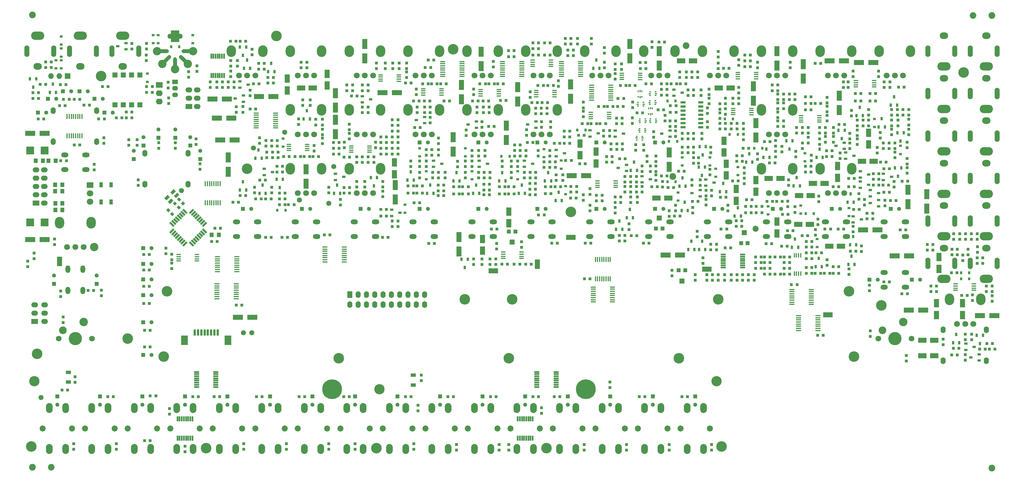
<source format=gbs>
G04 #@! TF.FileFunction,Soldermask,Bot*
%FSLAX46Y46*%
G04 Gerber Fmt 4.6, Leading zero omitted, Abs format (unit mm)*
G04 Created by KiCad (PCBNEW 4.0.2-stable) date 2019-10-29 5:42:38 PM*
%MOMM*%
G01*
G04 APERTURE LIST*
%ADD10C,0.100000*%
%ADD11C,3.225000*%
%ADD12C,6.050000*%
%ADD13R,0.850000X0.950000*%
%ADD14C,2.050000*%
%ADD15O,2.000000X2.000000*%
%ADD16R,3.049740X1.650200*%
%ADD17R,1.550000X1.550000*%
%ADD18R,0.950000X0.850000*%
%ADD19C,2.336000*%
%ADD20C,4.037800*%
%ADD21C,1.751800*%
%ADD22C,2.590000*%
%ADD23R,0.659600X0.812000*%
%ADD24R,1.800000X1.400000*%
%ADD25O,1.800000X1.400000*%
%ADD26R,1.250000X1.250000*%
%ADD27C,1.250000*%
%ADD28R,1.193000X1.447000*%
%ADD29R,1.500000X0.500000*%
%ADD30R,0.500000X1.500000*%
%ADD31R,1.550000X0.650000*%
%ADD32R,2.050000X1.550000*%
%ADD33O,2.050000X1.550000*%
%ADD34R,0.751040X1.050760*%
%ADD35R,1.050760X0.751040*%
%ADD36R,0.812000X0.659600*%
%ADD37R,1.650000X2.850000*%
%ADD38R,2.850000X1.650000*%
%ADD39R,2.447760X2.447760*%
%ADD40O,2.250000X1.450000*%
%ADD41O,2.300000X1.450000*%
%ADD42O,1.450000X2.250000*%
%ADD43O,1.450000X2.300000*%
%ADD44R,1.650000X1.550000*%
%ADD45O,1.550000X2.050000*%
%ADD46R,1.650200X3.049740*%
%ADD47R,2.650960X1.650200*%
%ADD48R,1.650200X2.650960*%
%ADD49R,1.350480X0.450000*%
%ADD50R,0.450000X1.350480*%
%ADD51R,1.550000X0.450000*%
%ADD52R,0.450000X1.550000*%
%ADD53C,1.550000*%
%ADD54R,0.650000X1.950000*%
%ADD55R,2.150000X2.850000*%
%ADD56O,2.850000X3.550000*%
%ADD57C,1.800000*%
%ADD58R,2.082000X1.777200*%
%ADD59O,2.082000X1.777200*%
%ADD60R,1.750000X1.750000*%
%ADD61O,1.750000X1.750000*%
%ADD62C,2.550000*%
%ADD63R,2.550000X3.550000*%
%ADD64O,4.650000X1.500000*%
%ADD65O,4.350000X1.150000*%
%ADD66O,1.150000X4.350000*%
%ADD67C,1.150000*%
%ADD68O,2.050000X1.800000*%
%ADD69R,2.050000X1.800000*%
%ADD70R,1.550000X2.050000*%
%ADD71C,1.850000*%
%ADD72R,1.050000X1.650000*%
%ADD73O,4.050000X2.550000*%
%ADD74O,2.550000X2.050000*%
%ADD75O,1.550000X3.550000*%
%ADD76O,2.050000X3.050000*%
%ADD77R,0.500000X1.550000*%
%ADD78R,1.550000X0.500000*%
%ADD79C,3.150000*%
%ADD80R,1.650000X1.050000*%
%ADD81R,0.550000X0.425000*%
%ADD82R,0.700000X0.350000*%
%ADD83R,0.425000X0.550000*%
%ADD84R,0.350000X0.700000*%
G04 APERTURE END LIST*
D10*
D11*
X203500000Y-135000000D03*
D12*
X163000000Y-162500000D03*
D11*
X330900000Y-136850000D03*
X72800000Y-151650000D03*
X200000000Y-58450000D03*
X92400000Y-66650000D03*
X356000000Y-65550000D03*
D13*
X121650000Y-63550000D03*
X121650000Y-65250000D03*
X106200000Y-60200000D03*
X106200000Y-61900000D03*
D11*
X281000000Y-135000000D03*
D12*
X240500000Y-162500000D03*
D11*
X100500000Y-147000000D03*
D14*
X71400000Y-47900000D03*
X71400000Y-186400000D03*
X364650000Y-186650000D03*
X364650000Y-48150000D03*
D15*
X77150000Y-186400000D03*
X358900000Y-48150000D03*
D11*
X269000000Y-153000000D03*
X165000000Y-153000000D03*
D16*
X132199640Y-79500000D03*
X127800360Y-79500000D03*
D17*
X99130000Y-66328000D03*
X101670000Y-66328000D03*
X104210000Y-66328000D03*
X96590000Y-66328000D03*
X96590000Y-75472000D03*
X99130000Y-75472000D03*
X101670000Y-75472000D03*
X104210000Y-75472000D03*
D18*
X241850000Y-128750000D03*
X240150000Y-128750000D03*
D11*
X236000000Y-108250000D03*
X146000000Y-54350000D03*
X137000000Y-95000000D03*
D18*
X358500000Y-145650000D03*
X358500000Y-147350000D03*
D19*
X331190000Y-144460000D03*
D20*
X335000000Y-147000000D03*
D21*
X340080000Y-147000000D03*
X329920000Y-147000000D03*
D22*
X337540000Y-141920000D03*
D11*
X321000000Y-132500000D03*
X322500000Y-152500000D03*
X217000000Y-153000000D03*
X218000000Y-135000000D03*
X112500000Y-132500000D03*
X111500000Y-152500000D03*
D18*
X363000000Y-130900000D03*
X363000000Y-132600000D03*
X292650000Y-106500000D03*
X294350000Y-106500000D03*
X289650000Y-104500000D03*
X291350000Y-104500000D03*
D23*
X267994600Y-99000000D03*
X265505400Y-99000000D03*
D18*
X243800000Y-103150000D03*
X243800000Y-104850000D03*
D10*
G36*
X113219402Y-111603464D02*
X113643666Y-111179200D01*
X114810392Y-112345926D01*
X114386128Y-112770190D01*
X113219402Y-111603464D01*
X113219402Y-111603464D01*
G37*
G36*
X113785088Y-111037779D02*
X114209352Y-110613515D01*
X115376078Y-111780241D01*
X114951814Y-112204505D01*
X113785088Y-111037779D01*
X113785088Y-111037779D01*
G37*
G36*
X114350773Y-110472093D02*
X114775037Y-110047829D01*
X115941763Y-111214555D01*
X115517499Y-111638819D01*
X114350773Y-110472093D01*
X114350773Y-110472093D01*
G37*
G36*
X114916458Y-109906408D02*
X115340722Y-109482144D01*
X116507448Y-110648870D01*
X116083184Y-111073134D01*
X114916458Y-109906408D01*
X114916458Y-109906408D01*
G37*
G36*
X115482144Y-109340722D02*
X115906408Y-108916458D01*
X117073134Y-110083184D01*
X116648870Y-110507448D01*
X115482144Y-109340722D01*
X115482144Y-109340722D01*
G37*
G36*
X116047829Y-108775037D02*
X116472093Y-108350773D01*
X117638819Y-109517499D01*
X117214555Y-109941763D01*
X116047829Y-108775037D01*
X116047829Y-108775037D01*
G37*
G36*
X116613515Y-108209352D02*
X117037779Y-107785088D01*
X118204505Y-108951814D01*
X117780241Y-109376078D01*
X116613515Y-108209352D01*
X116613515Y-108209352D01*
G37*
G36*
X117179200Y-107643666D02*
X117603464Y-107219402D01*
X118770190Y-108386128D01*
X118345926Y-108810392D01*
X117179200Y-107643666D01*
X117179200Y-107643666D01*
G37*
G36*
X120396536Y-107219402D02*
X120820800Y-107643666D01*
X119654074Y-108810392D01*
X119229810Y-108386128D01*
X120396536Y-107219402D01*
X120396536Y-107219402D01*
G37*
G36*
X120962221Y-107785088D02*
X121386485Y-108209352D01*
X120219759Y-109376078D01*
X119795495Y-108951814D01*
X120962221Y-107785088D01*
X120962221Y-107785088D01*
G37*
G36*
X121527907Y-108350773D02*
X121952171Y-108775037D01*
X120785445Y-109941763D01*
X120361181Y-109517499D01*
X121527907Y-108350773D01*
X121527907Y-108350773D01*
G37*
G36*
X122093592Y-108916458D02*
X122517856Y-109340722D01*
X121351130Y-110507448D01*
X120926866Y-110083184D01*
X122093592Y-108916458D01*
X122093592Y-108916458D01*
G37*
G36*
X122659278Y-109482144D02*
X123083542Y-109906408D01*
X121916816Y-111073134D01*
X121492552Y-110648870D01*
X122659278Y-109482144D01*
X122659278Y-109482144D01*
G37*
G36*
X123224963Y-110047829D02*
X123649227Y-110472093D01*
X122482501Y-111638819D01*
X122058237Y-111214555D01*
X123224963Y-110047829D01*
X123224963Y-110047829D01*
G37*
G36*
X123790648Y-110613515D02*
X124214912Y-111037779D01*
X123048186Y-112204505D01*
X122623922Y-111780241D01*
X123790648Y-110613515D01*
X123790648Y-110613515D01*
G37*
G36*
X124356334Y-111179200D02*
X124780598Y-111603464D01*
X123613872Y-112770190D01*
X123189608Y-112345926D01*
X124356334Y-111179200D01*
X124356334Y-111179200D01*
G37*
G36*
X123189608Y-113654074D02*
X123613872Y-113229810D01*
X124780598Y-114396536D01*
X124356334Y-114820800D01*
X123189608Y-113654074D01*
X123189608Y-113654074D01*
G37*
G36*
X122623922Y-114219759D02*
X123048186Y-113795495D01*
X124214912Y-114962221D01*
X123790648Y-115386485D01*
X122623922Y-114219759D01*
X122623922Y-114219759D01*
G37*
G36*
X122058237Y-114785445D02*
X122482501Y-114361181D01*
X123649227Y-115527907D01*
X123224963Y-115952171D01*
X122058237Y-114785445D01*
X122058237Y-114785445D01*
G37*
G36*
X121492552Y-115351130D02*
X121916816Y-114926866D01*
X123083542Y-116093592D01*
X122659278Y-116517856D01*
X121492552Y-115351130D01*
X121492552Y-115351130D01*
G37*
G36*
X120926866Y-115916816D02*
X121351130Y-115492552D01*
X122517856Y-116659278D01*
X122093592Y-117083542D01*
X120926866Y-115916816D01*
X120926866Y-115916816D01*
G37*
G36*
X120361181Y-116482501D02*
X120785445Y-116058237D01*
X121952171Y-117224963D01*
X121527907Y-117649227D01*
X120361181Y-116482501D01*
X120361181Y-116482501D01*
G37*
G36*
X119795495Y-117048186D02*
X120219759Y-116623922D01*
X121386485Y-117790648D01*
X120962221Y-118214912D01*
X119795495Y-117048186D01*
X119795495Y-117048186D01*
G37*
G36*
X119229810Y-117613872D02*
X119654074Y-117189608D01*
X120820800Y-118356334D01*
X120396536Y-118780598D01*
X119229810Y-117613872D01*
X119229810Y-117613872D01*
G37*
G36*
X118345926Y-117189608D02*
X118770190Y-117613872D01*
X117603464Y-118780598D01*
X117179200Y-118356334D01*
X118345926Y-117189608D01*
X118345926Y-117189608D01*
G37*
G36*
X117780241Y-116623922D02*
X118204505Y-117048186D01*
X117037779Y-118214912D01*
X116613515Y-117790648D01*
X117780241Y-116623922D01*
X117780241Y-116623922D01*
G37*
G36*
X117214555Y-116058237D02*
X117638819Y-116482501D01*
X116472093Y-117649227D01*
X116047829Y-117224963D01*
X117214555Y-116058237D01*
X117214555Y-116058237D01*
G37*
G36*
X116648870Y-115492552D02*
X117073134Y-115916816D01*
X115906408Y-117083542D01*
X115482144Y-116659278D01*
X116648870Y-115492552D01*
X116648870Y-115492552D01*
G37*
G36*
X116083184Y-114926866D02*
X116507448Y-115351130D01*
X115340722Y-116517856D01*
X114916458Y-116093592D01*
X116083184Y-114926866D01*
X116083184Y-114926866D01*
G37*
G36*
X115517499Y-114361181D02*
X115941763Y-114785445D01*
X114775037Y-115952171D01*
X114350773Y-115527907D01*
X115517499Y-114361181D01*
X115517499Y-114361181D01*
G37*
G36*
X114951814Y-113795495D02*
X115376078Y-114219759D01*
X114209352Y-115386485D01*
X113785088Y-114962221D01*
X114951814Y-113795495D01*
X114951814Y-113795495D01*
G37*
G36*
X114386128Y-113229810D02*
X114810392Y-113654074D01*
X113643666Y-114820800D01*
X113219402Y-114396536D01*
X114386128Y-113229810D01*
X114386128Y-113229810D01*
G37*
D24*
X115000000Y-68400000D03*
D25*
X115000000Y-70400000D03*
X115000000Y-72400000D03*
D26*
X115070000Y-85570000D03*
D27*
X115070000Y-83030000D03*
D19*
X80690000Y-144460000D03*
D20*
X84500000Y-147000000D03*
D21*
X89580000Y-147000000D03*
X79420000Y-147000000D03*
D22*
X87040000Y-141920000D03*
D28*
X126170500Y-115250000D03*
X128329500Y-115250000D03*
D29*
X288450000Y-121300000D03*
X288450000Y-121950000D03*
X288450000Y-122600000D03*
X288450000Y-123250000D03*
X288450000Y-123900000D03*
X288450000Y-124550000D03*
X288450000Y-125200000D03*
X282550000Y-125200000D03*
X282550000Y-124550000D03*
X282550000Y-123900000D03*
X282550000Y-123250000D03*
X282550000Y-122600000D03*
X282550000Y-121950000D03*
X282550000Y-121300000D03*
D30*
X126050000Y-60550000D03*
X126700000Y-60550000D03*
X127350000Y-60550000D03*
X128000000Y-60550000D03*
X128650000Y-60550000D03*
X129300000Y-60550000D03*
X129950000Y-60550000D03*
X129950000Y-66450000D03*
X129300000Y-66450000D03*
X128650000Y-66450000D03*
X128000000Y-66450000D03*
X127350000Y-66450000D03*
X126700000Y-66450000D03*
X126050000Y-66450000D03*
D31*
X270300000Y-82310000D03*
X270300000Y-81040000D03*
X270300000Y-79770000D03*
X270300000Y-78500000D03*
X270300000Y-77230000D03*
X270300000Y-75960000D03*
X270300000Y-74690000D03*
X275700000Y-74690000D03*
X275700000Y-75960000D03*
X275700000Y-77230000D03*
X275700000Y-78500000D03*
X275700000Y-79770000D03*
X275700000Y-81040000D03*
X275700000Y-82310000D03*
D10*
G36*
X114176776Y-102898959D02*
X113505025Y-102227208D01*
X114530330Y-101201903D01*
X115202081Y-101873654D01*
X114176776Y-102898959D01*
X114176776Y-102898959D01*
G37*
G36*
X112373654Y-104702081D02*
X111701903Y-104030330D01*
X112727208Y-103005025D01*
X113398959Y-103676776D01*
X112373654Y-104702081D01*
X112373654Y-104702081D01*
G37*
G36*
X113469670Y-105798097D02*
X112797919Y-105126346D01*
X113823224Y-104101041D01*
X114494975Y-104772792D01*
X113469670Y-105798097D01*
X113469670Y-105798097D01*
G37*
G36*
X115272792Y-103994975D02*
X114601041Y-103323224D01*
X115626346Y-102297919D01*
X116298097Y-102969670D01*
X115272792Y-103994975D01*
X115272792Y-103994975D01*
G37*
D32*
X72500000Y-105500000D03*
D33*
X75040000Y-105500000D03*
X72500000Y-102960000D03*
X75040000Y-102960000D03*
X72500000Y-100420000D03*
X75040000Y-100420000D03*
X72500000Y-97880000D03*
X75040000Y-97880000D03*
X72500000Y-95340000D03*
X75040000Y-95340000D03*
D34*
X243750000Y-61730000D03*
X242797500Y-64270000D03*
X244702500Y-64270000D03*
D35*
X263730000Y-84250000D03*
X266270000Y-85202500D03*
X266270000Y-83297500D03*
X260270000Y-98250000D03*
X257730000Y-97297500D03*
X257730000Y-99202500D03*
D34*
X270100000Y-97830000D03*
X269147500Y-100370000D03*
X271052500Y-100370000D03*
D35*
X270020000Y-71750000D03*
X267480000Y-70797500D03*
X267480000Y-72702500D03*
D34*
X276250000Y-90770000D03*
X277202500Y-88230000D03*
X275297500Y-88230000D03*
X276000000Y-97020000D03*
X276952500Y-94480000D03*
X275047500Y-94480000D03*
D35*
X279770000Y-99250000D03*
X277230000Y-98297500D03*
X277230000Y-100202500D03*
X252020000Y-84250000D03*
X249480000Y-83297500D03*
X249480000Y-85202500D03*
X244320000Y-84200000D03*
X241780000Y-83247500D03*
X241780000Y-85152500D03*
X234020000Y-90250000D03*
X231480000Y-89297500D03*
X231480000Y-91202500D03*
D34*
X229000000Y-96230000D03*
X228047500Y-98770000D03*
X229952500Y-98770000D03*
X232250000Y-102230000D03*
X231297500Y-104770000D03*
X233202500Y-104770000D03*
D35*
X224270000Y-93500000D03*
X221730000Y-92547500D03*
X221730000Y-94452500D03*
D34*
X215000000Y-96230000D03*
X214047500Y-98770000D03*
X215952500Y-98770000D03*
X221000000Y-99980000D03*
X220047500Y-102520000D03*
X221952500Y-102520000D03*
D35*
X210520000Y-93500000D03*
X207980000Y-92547500D03*
X207980000Y-94452500D03*
D34*
X201000000Y-96230000D03*
X200047500Y-98770000D03*
X201952500Y-98770000D03*
X207000000Y-99980000D03*
X206047500Y-102520000D03*
X207952500Y-102520000D03*
D35*
X196520000Y-93500000D03*
X193980000Y-92547500D03*
X193980000Y-94452500D03*
D34*
X187000000Y-95980000D03*
X186047500Y-98520000D03*
X187952500Y-98520000D03*
X193000000Y-99980000D03*
X192047500Y-102520000D03*
X193952500Y-102520000D03*
D35*
X174770000Y-73750000D03*
X172230000Y-72797500D03*
X172230000Y-74702500D03*
X183770000Y-108500000D03*
X181230000Y-107547500D03*
X181230000Y-109452500D03*
D34*
X175750000Y-100270000D03*
X176702500Y-97730000D03*
X174797500Y-97730000D03*
D35*
X166520000Y-97500000D03*
X163980000Y-96547500D03*
X163980000Y-98452500D03*
D34*
X164500000Y-99980000D03*
X163547500Y-102520000D03*
X165452500Y-102520000D03*
X155250000Y-77230000D03*
X154297500Y-79770000D03*
X156202500Y-79770000D03*
X140500000Y-89230000D03*
X139547500Y-91770000D03*
X141452500Y-91770000D03*
X147000000Y-100770000D03*
X147952500Y-98230000D03*
X146047500Y-98230000D03*
D35*
X144770000Y-96000000D03*
X142230000Y-95047500D03*
X142230000Y-96952500D03*
D34*
X135750000Y-98980000D03*
X134797500Y-101520000D03*
X136702500Y-101520000D03*
X141750000Y-99980000D03*
X140797500Y-102520000D03*
X142702500Y-102520000D03*
X203500000Y-125270000D03*
X204452500Y-122730000D03*
X202547500Y-122730000D03*
X137000000Y-61730000D03*
X136047500Y-64270000D03*
X137952500Y-64270000D03*
X144400000Y-62780000D03*
X143447500Y-65320000D03*
X145352500Y-65320000D03*
D35*
X133380000Y-73550000D03*
X135920000Y-74502500D03*
X135920000Y-72597500D03*
D34*
X324250000Y-76230000D03*
X323297500Y-78770000D03*
X325202500Y-78770000D03*
D35*
X137370000Y-69250000D03*
X134830000Y-68297500D03*
X134830000Y-70202500D03*
D34*
X331000000Y-79730000D03*
X330047500Y-82270000D03*
X331952500Y-82270000D03*
X336000000Y-97270000D03*
X336952500Y-94730000D03*
X335047500Y-94730000D03*
X254000000Y-107480000D03*
X253047500Y-110020000D03*
X254952500Y-110020000D03*
D35*
X322520000Y-91000000D03*
X319980000Y-90047500D03*
X319980000Y-91952500D03*
D34*
X250750000Y-110980000D03*
X249797500Y-113520000D03*
X251702500Y-113520000D03*
X135750000Y-60270000D03*
X136702500Y-57730000D03*
X134797500Y-57730000D03*
X336750000Y-86520000D03*
X337702500Y-83980000D03*
X335797500Y-83980000D03*
X334750000Y-72980000D03*
X333797500Y-75520000D03*
X335702500Y-75520000D03*
X302750000Y-89020000D03*
X303702500Y-86480000D03*
X301797500Y-86480000D03*
D35*
X334020000Y-97500000D03*
X331480000Y-96547500D03*
X331480000Y-98452500D03*
X327020000Y-99900000D03*
X324480000Y-98947500D03*
X324480000Y-100852500D03*
D34*
X321500000Y-102730000D03*
X320547500Y-105270000D03*
X322452500Y-105270000D03*
X305000000Y-97730000D03*
X304047500Y-100270000D03*
X305952500Y-100270000D03*
D35*
X324770000Y-110500000D03*
X322230000Y-109547500D03*
X322230000Y-111452500D03*
D34*
X304500000Y-116480000D03*
X303547500Y-119020000D03*
X305452500Y-119020000D03*
X311750000Y-122480000D03*
X310797500Y-125020000D03*
X312702500Y-125020000D03*
X312000000Y-88980000D03*
X311047500Y-91520000D03*
X312952500Y-91520000D03*
X290500000Y-90480000D03*
X289547500Y-93020000D03*
X291452500Y-93020000D03*
X295750000Y-88980000D03*
X294797500Y-91520000D03*
X296702500Y-91520000D03*
X361000000Y-148520000D03*
X361952500Y-145980000D03*
X360047500Y-145980000D03*
X353750000Y-145730000D03*
X352797500Y-148270000D03*
X354702500Y-148270000D03*
D35*
X359270000Y-149500000D03*
X356730000Y-148547500D03*
X356730000Y-150452500D03*
X358230000Y-152750000D03*
X360770000Y-153702500D03*
X360770000Y-151797500D03*
D34*
X276100000Y-117230000D03*
X275147500Y-119770000D03*
X277052500Y-119770000D03*
D35*
X316980000Y-88000000D03*
X319520000Y-88952500D03*
X319520000Y-87047500D03*
X330020000Y-102500000D03*
X327480000Y-101547500D03*
X327480000Y-103452500D03*
D34*
X322250000Y-115730000D03*
X321297500Y-118270000D03*
X323202500Y-118270000D03*
X282500000Y-99480000D03*
X281547500Y-102020000D03*
X283452500Y-102020000D03*
X318750000Y-85770000D03*
X319702500Y-83230000D03*
X317797500Y-83230000D03*
D35*
X327530000Y-105550000D03*
X330070000Y-106502500D03*
X330070000Y-104597500D03*
D34*
X321750000Y-121730000D03*
X320797500Y-124270000D03*
X322702500Y-124270000D03*
X287000000Y-106980000D03*
X286047500Y-109520000D03*
X287952500Y-109520000D03*
D23*
X267994600Y-74250000D03*
X265505400Y-74250000D03*
X265955400Y-86600000D03*
X268444600Y-86600000D03*
D36*
X268750000Y-102255400D03*
X268750000Y-104744600D03*
X270000000Y-93994600D03*
X270000000Y-91505400D03*
X278500000Y-91505400D03*
X278500000Y-93994600D03*
X280250000Y-97494600D03*
X280250000Y-95005400D03*
X227750000Y-91494600D03*
X227750000Y-89005400D03*
D23*
X237955400Y-83200000D03*
X240444600Y-83200000D03*
D36*
X234400000Y-100355400D03*
X234400000Y-102844600D03*
X233000000Y-94994600D03*
X233000000Y-92505400D03*
D23*
X214755400Y-91200000D03*
X217244600Y-91200000D03*
D36*
X219750000Y-98244600D03*
X219750000Y-95755400D03*
X203750000Y-88755400D03*
X203750000Y-91244600D03*
X205750000Y-98244600D03*
X205750000Y-95755400D03*
X189750000Y-88755400D03*
X189750000Y-91244600D03*
X191750000Y-98244600D03*
X191750000Y-95755400D03*
X185250000Y-106005400D03*
X185250000Y-108494600D03*
X148000000Y-85755400D03*
X148000000Y-88244600D03*
D23*
X148744600Y-107750000D03*
X146255400Y-107750000D03*
D36*
X106500000Y-65905400D03*
X106500000Y-68394600D03*
X328750000Y-82244600D03*
X328750000Y-79755400D03*
X336750000Y-90494600D03*
X336750000Y-88005400D03*
X296250000Y-106505400D03*
X296250000Y-108994600D03*
X311250000Y-116505400D03*
X311250000Y-118994600D03*
D23*
X355255400Y-126850000D03*
X357744600Y-126850000D03*
X357744600Y-128750000D03*
X355255400Y-128750000D03*
D36*
X306250000Y-108744600D03*
X306250000Y-106255400D03*
D23*
X307755400Y-108750000D03*
X310244600Y-108750000D03*
D36*
X321000000Y-109494600D03*
X321000000Y-107005400D03*
X307500000Y-92744600D03*
X307500000Y-90255400D03*
D23*
X292005400Y-88750000D03*
X294494600Y-88750000D03*
X284505400Y-84500000D03*
X286994600Y-84500000D03*
D36*
X287000000Y-96994600D03*
X287000000Y-94505400D03*
D23*
X283005400Y-79750000D03*
X285494600Y-79750000D03*
D37*
X79650000Y-123400000D03*
D38*
X236000000Y-116000000D03*
X314500000Y-139750000D03*
D37*
X225750000Y-124250000D03*
D38*
X212250000Y-126250000D03*
X277500000Y-125750000D03*
D26*
X102340000Y-92060000D03*
D27*
X102340000Y-89520000D03*
D26*
X76080000Y-73635000D03*
D27*
X78620000Y-73635000D03*
D26*
X80655000Y-71305000D03*
D27*
X83195000Y-71305000D03*
D26*
X85800000Y-71305000D03*
D27*
X88340000Y-71305000D03*
D26*
X90375000Y-73635000D03*
D27*
X92915000Y-73635000D03*
D26*
X93395000Y-77790000D03*
D27*
X95935000Y-77790000D03*
D26*
X105360000Y-87905000D03*
D27*
X105360000Y-85365000D03*
D26*
X109935000Y-85570000D03*
D27*
X109935000Y-83030000D03*
D26*
X119645000Y-87905000D03*
D27*
X119645000Y-85365000D03*
D26*
X122665000Y-92060000D03*
D27*
X122665000Y-89520000D03*
D26*
X105230000Y-142000000D03*
D27*
X107770000Y-142000000D03*
D26*
X105230000Y-152000000D03*
D27*
X107770000Y-152000000D03*
D26*
X261730000Y-87000000D03*
D27*
X264270000Y-87000000D03*
D26*
X279730000Y-107250000D03*
D27*
X282270000Y-107250000D03*
D26*
X297730000Y-107250000D03*
D27*
X300270000Y-107250000D03*
D26*
X315730000Y-107250000D03*
D27*
X318270000Y-107250000D03*
D26*
X333730000Y-107250000D03*
D27*
X336270000Y-107250000D03*
D26*
X327230000Y-129000000D03*
D27*
X329770000Y-129000000D03*
D26*
X340230000Y-129000000D03*
D27*
X342770000Y-129000000D03*
D26*
X73070000Y-77790000D03*
D27*
X75610000Y-77790000D03*
D26*
X105230000Y-133700000D03*
D27*
X107770000Y-133700000D03*
D26*
X105230000Y-128900000D03*
D27*
X107770000Y-128900000D03*
D26*
X105230000Y-124100000D03*
D27*
X107770000Y-124100000D03*
D26*
X105230000Y-119300000D03*
D27*
X107770000Y-119300000D03*
D26*
X153730000Y-107250000D03*
D27*
X156270000Y-107250000D03*
D26*
X171730000Y-107250000D03*
D27*
X174270000Y-107250000D03*
D26*
X189730000Y-107250000D03*
D27*
X192270000Y-107250000D03*
D26*
X189730000Y-87000000D03*
D27*
X192270000Y-87000000D03*
D26*
X207730000Y-107250000D03*
D27*
X210270000Y-107250000D03*
D26*
X207730000Y-87000000D03*
D27*
X210270000Y-87000000D03*
D26*
X225730000Y-107250000D03*
D27*
X228270000Y-107250000D03*
D26*
X225730000Y-87000000D03*
D27*
X228270000Y-87000000D03*
D26*
X243730000Y-107250000D03*
D27*
X246270000Y-107250000D03*
D26*
X243730000Y-87000000D03*
D27*
X246270000Y-87000000D03*
D26*
X261730000Y-107250000D03*
D27*
X264270000Y-107250000D03*
D26*
X135730000Y-107250000D03*
D27*
X138270000Y-107250000D03*
D26*
X91000000Y-130270000D03*
D27*
X91000000Y-127730000D03*
D26*
X78000000Y-130270000D03*
D27*
X78000000Y-127730000D03*
D18*
X80000000Y-132400000D03*
X80000000Y-134100000D03*
X92500000Y-132150000D03*
X92500000Y-133850000D03*
X327500000Y-146350000D03*
X327500000Y-144650000D03*
X80750000Y-140400000D03*
X80750000Y-142100000D03*
X241800000Y-106150000D03*
X241800000Y-107850000D03*
X224350000Y-87000000D03*
X222650000Y-87000000D03*
X226100000Y-109150000D03*
X227800000Y-109150000D03*
X189750000Y-105400000D03*
X188050000Y-105400000D03*
X134350000Y-105250000D03*
X132650000Y-105250000D03*
X105400000Y-121250000D03*
X107100000Y-121250000D03*
X105400000Y-126000000D03*
X107100000Y-126000000D03*
X105400000Y-131000000D03*
X107100000Y-131000000D03*
X105400000Y-136250000D03*
X107100000Y-136250000D03*
X85850000Y-87750000D03*
X84150000Y-87750000D03*
X114000000Y-123900000D03*
X114000000Y-125600000D03*
X338850000Y-133250000D03*
X337150000Y-133250000D03*
X327250000Y-130650000D03*
X327250000Y-132350000D03*
X105650000Y-149500000D03*
X107350000Y-149500000D03*
X105650000Y-144500000D03*
X107350000Y-144500000D03*
X122600000Y-93450000D03*
X122600000Y-95150000D03*
X121400000Y-87550000D03*
X121400000Y-85850000D03*
X115100000Y-87050000D03*
X115100000Y-88750000D03*
X110000000Y-87050000D03*
X110000000Y-88750000D03*
X103400000Y-87850000D03*
X103400000Y-86150000D03*
X100800000Y-87850000D03*
X100800000Y-86150000D03*
X93350000Y-79750000D03*
X91650000Y-79750000D03*
X88850000Y-75500000D03*
X87150000Y-75500000D03*
X85850000Y-73750000D03*
X84150000Y-73750000D03*
X80900000Y-73750000D03*
X82600000Y-73750000D03*
X79650000Y-75750000D03*
X81350000Y-75750000D03*
X73150000Y-79750000D03*
X74850000Y-79750000D03*
X114000000Y-122850000D03*
X114000000Y-121150000D03*
X315350000Y-113500000D03*
X313650000Y-113500000D03*
X297350000Y-118000000D03*
X295650000Y-118000000D03*
X281900000Y-113500000D03*
X283600000Y-113500000D03*
X258150000Y-117750000D03*
X259850000Y-117750000D03*
X240350000Y-117800000D03*
X242050000Y-117800000D03*
X231850000Y-117800000D03*
X230150000Y-117800000D03*
X213350000Y-113500000D03*
X211650000Y-113500000D03*
X192550000Y-117900000D03*
X194250000Y-117900000D03*
X101750000Y-77650000D03*
X100050000Y-77650000D03*
X333350000Y-129650000D03*
X331650000Y-129650000D03*
X338500000Y-152150000D03*
X338500000Y-153850000D03*
X336650000Y-113750000D03*
X338350000Y-113750000D03*
X180100000Y-116000000D03*
X178400000Y-116000000D03*
X147650000Y-116000000D03*
X149350000Y-116000000D03*
X144350000Y-116000000D03*
X142650000Y-116000000D03*
X90250000Y-93650000D03*
X90250000Y-95350000D03*
X103750000Y-98400000D03*
X103750000Y-100100000D03*
X93200000Y-85550000D03*
X93200000Y-87250000D03*
X90100000Y-132250000D03*
X88400000Y-132250000D03*
X106300000Y-69900000D03*
X108000000Y-69900000D03*
X256225000Y-77875000D03*
X257925000Y-77875000D03*
X252500000Y-97400000D03*
X252500000Y-99100000D03*
X254750000Y-81100000D03*
X254750000Y-79400000D03*
X263650000Y-72500000D03*
X265350000Y-72500000D03*
X263650000Y-69000000D03*
X265350000Y-69000000D03*
X262000000Y-92850000D03*
X262000000Y-91150000D03*
X257150000Y-62500000D03*
X258850000Y-62500000D03*
X255750000Y-89350000D03*
X255750000Y-87650000D03*
X257250000Y-64400000D03*
X258950000Y-64400000D03*
X258250000Y-87650000D03*
X258250000Y-89350000D03*
X266000000Y-109600000D03*
X266000000Y-107900000D03*
X257750000Y-95850000D03*
X257750000Y-94150000D03*
X261250000Y-85350000D03*
X261250000Y-83650000D03*
X262650000Y-77000000D03*
X264350000Y-77000000D03*
X252600000Y-92000000D03*
X250900000Y-92000000D03*
X269350000Y-109500000D03*
X267650000Y-109500000D03*
X260250000Y-94150000D03*
X260250000Y-95850000D03*
X268000000Y-107850000D03*
X268000000Y-106150000D03*
X278250000Y-75100000D03*
X278250000Y-73400000D03*
X270600000Y-95750000D03*
X268900000Y-95750000D03*
X266250000Y-82100000D03*
X266250000Y-80400000D03*
X268000000Y-82100000D03*
X268000000Y-80400000D03*
X268000000Y-83400000D03*
X268000000Y-85100000D03*
X268100000Y-77750000D03*
X266400000Y-77750000D03*
X271750000Y-84150000D03*
X271750000Y-85850000D03*
X273500000Y-85850000D03*
X273500000Y-84150000D03*
X275750000Y-72600000D03*
X275750000Y-70900000D03*
X277750000Y-78100000D03*
X277750000Y-76400000D03*
X278250000Y-70650000D03*
X278250000Y-72350000D03*
X276000000Y-85850000D03*
X276000000Y-84150000D03*
X260650000Y-100500000D03*
X262350000Y-100500000D03*
X264000000Y-100600000D03*
X264000000Y-98900000D03*
X269250000Y-67100000D03*
X269250000Y-65400000D03*
X257750000Y-100400000D03*
X257750000Y-102100000D03*
X271750000Y-88400000D03*
X271750000Y-90100000D03*
X273500000Y-88400000D03*
X273500000Y-90100000D03*
X273500000Y-91650000D03*
X273500000Y-93350000D03*
X256000000Y-102100000D03*
X256000000Y-100400000D03*
X275000000Y-91650000D03*
X275000000Y-93350000D03*
X271750000Y-72600000D03*
X271750000Y-70900000D03*
X271100000Y-69000000D03*
X269400000Y-69000000D03*
X274750000Y-67100000D03*
X274750000Y-65400000D03*
X278750000Y-90100000D03*
X278750000Y-88400000D03*
X279000000Y-103350000D03*
X279000000Y-101650000D03*
X277250000Y-104400000D03*
X277250000Y-106100000D03*
X249500000Y-106900000D03*
X249500000Y-108600000D03*
X256250000Y-103650000D03*
X256250000Y-105350000D03*
X251500000Y-62900000D03*
X251500000Y-64600000D03*
X249500000Y-65900000D03*
X249500000Y-67600000D03*
X246250000Y-64100000D03*
X246250000Y-62400000D03*
X253900000Y-69500000D03*
X255600000Y-69500000D03*
X250000000Y-89100000D03*
X250000000Y-87400000D03*
X251600000Y-81250000D03*
X249900000Y-81250000D03*
X251600000Y-79500000D03*
X249900000Y-79500000D03*
X247800000Y-83350000D03*
X247800000Y-85050000D03*
X240350000Y-93500000D03*
X238650000Y-93500000D03*
X251750000Y-87400000D03*
X251750000Y-89100000D03*
X251999100Y-76000000D03*
X250299100Y-76000000D03*
X246900000Y-93000000D03*
X248600000Y-93000000D03*
X248600000Y-91250000D03*
X246900000Y-91250000D03*
X329650000Y-90200000D03*
X329650000Y-88500000D03*
X245500000Y-104850000D03*
X245500000Y-103150000D03*
X246600000Y-81250000D03*
X244900000Y-81250000D03*
X246100000Y-76000000D03*
X244400000Y-76000000D03*
X250400000Y-73500000D03*
X252100000Y-73500000D03*
X235650900Y-83500000D03*
X233950900Y-83500000D03*
X233950000Y-85300000D03*
X235650000Y-85300000D03*
X247150000Y-76000000D03*
X248850000Y-76000000D03*
X239750000Y-77400000D03*
X239750000Y-79100000D03*
X233500000Y-96900000D03*
X233500000Y-98600000D03*
X226000000Y-89400000D03*
X226000000Y-91100000D03*
X232600000Y-87250000D03*
X230900000Y-87250000D03*
X229500000Y-89400000D03*
X229500000Y-91100000D03*
X235900000Y-104000000D03*
X237600000Y-104000000D03*
X237750000Y-102100000D03*
X237750000Y-100400000D03*
X236000000Y-100400000D03*
X236000000Y-102100000D03*
X231250000Y-94600000D03*
X231250000Y-92900000D03*
X228150000Y-100500000D03*
X229850000Y-100500000D03*
X231150000Y-100500000D03*
X232850000Y-100500000D03*
X228150000Y-102600000D03*
X229850000Y-102600000D03*
X264600000Y-56250000D03*
X262900000Y-56250000D03*
X308500000Y-87100000D03*
X308500000Y-85400000D03*
X242250000Y-55150000D03*
X242250000Y-56850000D03*
X328250000Y-110350000D03*
X328250000Y-108650000D03*
X299250000Y-80400000D03*
X299250000Y-82100000D03*
X236750000Y-60350000D03*
X236750000Y-58650000D03*
X227900000Y-60250000D03*
X229600000Y-60250000D03*
X234250000Y-55150000D03*
X234250000Y-56850000D03*
X238000000Y-56850000D03*
X238000000Y-55150000D03*
X227000000Y-80650000D03*
X227000000Y-82350000D03*
X232200000Y-69750000D03*
X232200000Y-68050000D03*
X227600000Y-69500000D03*
X225900000Y-69500000D03*
X228850000Y-74800000D03*
X227150000Y-74800000D03*
X230600000Y-69500000D03*
X228900000Y-69500000D03*
X225750000Y-74800000D03*
X224050000Y-74800000D03*
X225200000Y-76450000D03*
X225200000Y-78150000D03*
X223500000Y-73150000D03*
X223500000Y-71450000D03*
X225250000Y-97850000D03*
X225250000Y-96150000D03*
X220500000Y-89400000D03*
X220500000Y-91100000D03*
X218750000Y-91100000D03*
X218750000Y-89400000D03*
X221750000Y-97850000D03*
X221750000Y-96150000D03*
X223500000Y-97850000D03*
X223500000Y-96150000D03*
X217750000Y-96150000D03*
X217750000Y-97850000D03*
X225100000Y-103000000D03*
X223400000Y-103000000D03*
X225100000Y-101250000D03*
X223400000Y-101250000D03*
X216900000Y-102750000D03*
X218600000Y-102750000D03*
X215000000Y-94350000D03*
X215000000Y-92650000D03*
X214150000Y-100500000D03*
X215850000Y-100500000D03*
X216900000Y-100500000D03*
X218600000Y-100500000D03*
X214150000Y-102750000D03*
X215850000Y-102750000D03*
X226100000Y-56500000D03*
X224400000Y-56500000D03*
X309600000Y-122500000D03*
X307900000Y-122500000D03*
X224400000Y-60250000D03*
X226100000Y-60250000D03*
X212250000Y-62150000D03*
X212250000Y-63850000D03*
X218600000Y-60750000D03*
X216900000Y-60750000D03*
X208750000Y-80650000D03*
X208750000Y-82350000D03*
X213650000Y-69000000D03*
X215350000Y-69000000D03*
X209850000Y-69000000D03*
X208150000Y-69000000D03*
X210850000Y-74250000D03*
X209150000Y-74250000D03*
X212600000Y-69000000D03*
X210900000Y-69000000D03*
X207600000Y-74250000D03*
X205900000Y-74250000D03*
X207250000Y-76150000D03*
X207250000Y-77850000D03*
X206250000Y-72350000D03*
X206250000Y-70650000D03*
X211250000Y-97850000D03*
X211250000Y-96150000D03*
X201350000Y-94400000D03*
X201350000Y-92700000D03*
X207750000Y-89400000D03*
X207750000Y-91100000D03*
X205750000Y-91100000D03*
X205750000Y-89400000D03*
X209500000Y-97850000D03*
X209500000Y-96150000D03*
X207750000Y-97850000D03*
X207750000Y-96150000D03*
X211100000Y-101500000D03*
X209400000Y-101500000D03*
X211100000Y-103000000D03*
X209400000Y-103000000D03*
X203750000Y-96150000D03*
X203750000Y-97850000D03*
X200150000Y-100500000D03*
X201850000Y-100500000D03*
X202900000Y-100500000D03*
X204600000Y-100500000D03*
X202900000Y-102750000D03*
X204600000Y-102750000D03*
X200150000Y-102750000D03*
X201850000Y-102750000D03*
X229600000Y-56500000D03*
X227900000Y-56500000D03*
X181500000Y-62650000D03*
X181500000Y-64350000D03*
X142250000Y-64550000D03*
X140550000Y-64550000D03*
X246250000Y-57900000D03*
X246250000Y-59600000D03*
X185750000Y-67100000D03*
X185750000Y-65400000D03*
X183500000Y-62650000D03*
X183500000Y-64350000D03*
X191400000Y-64000000D03*
X193100000Y-64000000D03*
X194100000Y-61750000D03*
X192400000Y-61750000D03*
X193000000Y-79250000D03*
X193000000Y-80950000D03*
X196150000Y-69000000D03*
X197850000Y-69000000D03*
X192350000Y-69000000D03*
X190650000Y-69000000D03*
X192850000Y-74250000D03*
X191150000Y-74250000D03*
X195100000Y-69000000D03*
X193400000Y-69000000D03*
X189600000Y-74250000D03*
X187900000Y-74250000D03*
X189000000Y-76150000D03*
X189000000Y-77850000D03*
X188750000Y-72350000D03*
X188750000Y-70650000D03*
X191750000Y-90850000D03*
X191750000Y-89150000D03*
X193500000Y-89150000D03*
X193500000Y-90850000D03*
X197500000Y-97850000D03*
X197500000Y-96150000D03*
X195500000Y-97850000D03*
X195500000Y-96150000D03*
X189750000Y-96150000D03*
X189750000Y-97850000D03*
X193750000Y-97850000D03*
X193750000Y-96150000D03*
X197100000Y-101750000D03*
X195400000Y-101750000D03*
X195400000Y-103250000D03*
X197100000Y-103250000D03*
X187000000Y-94350000D03*
X187000000Y-92650000D03*
X186150000Y-100250000D03*
X187850000Y-100250000D03*
X188900000Y-100250000D03*
X190600000Y-100250000D03*
X188900000Y-102500000D03*
X190600000Y-102500000D03*
X186150000Y-102500000D03*
X187850000Y-102500000D03*
X172250000Y-71100000D03*
X172250000Y-69400000D03*
X179250000Y-62650000D03*
X179250000Y-64350000D03*
X176500000Y-64350000D03*
X176500000Y-62650000D03*
X169250000Y-71100000D03*
X169250000Y-69400000D03*
X167500000Y-69400000D03*
X167500000Y-71100000D03*
X181400000Y-80000000D03*
X183100000Y-80000000D03*
X172250000Y-77850000D03*
X172250000Y-76150000D03*
X183100000Y-81750000D03*
X181400000Y-81750000D03*
X168250000Y-85850000D03*
X168250000Y-84150000D03*
X170500000Y-100600000D03*
X170500000Y-98900000D03*
X166750000Y-86900000D03*
X166750000Y-88600000D03*
X176250000Y-86900000D03*
X176250000Y-88600000D03*
X179600000Y-90500000D03*
X177900000Y-90500000D03*
X163400000Y-90500000D03*
X165100000Y-90500000D03*
X179600000Y-109500000D03*
X177900000Y-109500000D03*
X178500000Y-103600000D03*
X178500000Y-101900000D03*
X168350000Y-91500000D03*
X166650000Y-91500000D03*
X170500000Y-93100000D03*
X170500000Y-91400000D03*
X175750000Y-91400000D03*
X175750000Y-93100000D03*
X174000000Y-91400000D03*
X174000000Y-93100000D03*
X179600000Y-107500000D03*
X177900000Y-107500000D03*
X178500000Y-98900000D03*
X178500000Y-100600000D03*
X173000000Y-98900000D03*
X173000000Y-100600000D03*
X183100000Y-87000000D03*
X181400000Y-87000000D03*
X181400000Y-90500000D03*
X183100000Y-90500000D03*
X162000000Y-102350000D03*
X162000000Y-100650000D03*
X168350000Y-100750000D03*
X166650000Y-100750000D03*
X166650000Y-102500000D03*
X168350000Y-102500000D03*
X165500000Y-106100000D03*
X165500000Y-104400000D03*
X156300000Y-75600000D03*
X156300000Y-73900000D03*
X158000000Y-81600000D03*
X158000000Y-79900000D03*
X155250000Y-64100000D03*
X155250000Y-62400000D03*
X153500000Y-62400000D03*
X153500000Y-64100000D03*
X322600000Y-98000000D03*
X320900000Y-98000000D03*
X152700000Y-81500000D03*
X152700000Y-79800000D03*
X336150000Y-70000000D03*
X337850000Y-70000000D03*
X160000000Y-84600000D03*
X160000000Y-82900000D03*
X160000000Y-87350000D03*
X160000000Y-85650000D03*
X154400000Y-91250000D03*
X156100000Y-91250000D03*
X312350000Y-62750000D03*
X310650000Y-62750000D03*
X153350000Y-91250000D03*
X151650000Y-91250000D03*
X157500000Y-87900000D03*
X157500000Y-89600000D03*
X146500000Y-89900000D03*
X146500000Y-91600000D03*
X289150000Y-60250000D03*
X290850000Y-60250000D03*
X140800000Y-87200000D03*
X140800000Y-85500000D03*
X149850000Y-91250000D03*
X148150000Y-91250000D03*
X287250000Y-61650000D03*
X287250000Y-63350000D03*
X142750000Y-88100000D03*
X142750000Y-86400000D03*
X327400000Y-72000000D03*
X329100000Y-72000000D03*
X146250000Y-88100000D03*
X146250000Y-86400000D03*
X331750000Y-68400000D03*
X331750000Y-70100000D03*
X149650000Y-106000000D03*
X151350000Y-106000000D03*
X324600000Y-72000000D03*
X322900000Y-72000000D03*
X148600000Y-104250000D03*
X146900000Y-104250000D03*
X320750000Y-68400000D03*
X320750000Y-70100000D03*
X148600000Y-102500000D03*
X146900000Y-102500000D03*
X322250000Y-66850000D03*
X322250000Y-65150000D03*
X144500000Y-102350000D03*
X144500000Y-100650000D03*
X330000000Y-66850000D03*
X330000000Y-65150000D03*
X142600000Y-98500000D03*
X140900000Y-98500000D03*
X334000000Y-76900000D03*
X334000000Y-78600000D03*
X146150000Y-96000000D03*
X147850000Y-96000000D03*
X327000000Y-78600000D03*
X327000000Y-76900000D03*
X134900000Y-103250000D03*
X136600000Y-103250000D03*
X321750000Y-78850000D03*
X321750000Y-77150000D03*
X139250000Y-102350000D03*
X139250000Y-100650000D03*
X323500000Y-81850000D03*
X323500000Y-80150000D03*
X141350000Y-104250000D03*
X139650000Y-104250000D03*
X330500000Y-83900000D03*
X330500000Y-85600000D03*
X144350000Y-104250000D03*
X142650000Y-104250000D03*
X334000000Y-81850000D03*
X334000000Y-80150000D03*
X334000000Y-82900000D03*
X334000000Y-84600000D03*
X335000000Y-88850000D03*
X335000000Y-87150000D03*
X335000000Y-91600000D03*
X335000000Y-89900000D03*
X335750000Y-78600000D03*
X335750000Y-76900000D03*
X339250000Y-76900000D03*
X339250000Y-78600000D03*
X336000000Y-81850000D03*
X336000000Y-80150000D03*
X338750000Y-93600000D03*
X338750000Y-91900000D03*
X338750000Y-94650000D03*
X338750000Y-96350000D03*
X318250000Y-90150000D03*
X318250000Y-91850000D03*
X331650000Y-95000000D03*
X333350000Y-95000000D03*
X332350000Y-93000000D03*
X330650000Y-93000000D03*
X337250000Y-98850000D03*
X338950000Y-98850000D03*
X334750000Y-100600000D03*
X334750000Y-98900000D03*
X333350000Y-102250000D03*
X331650000Y-102250000D03*
X330100000Y-96500000D03*
X328400000Y-96500000D03*
X320900000Y-100500000D03*
X322600000Y-100500000D03*
X216600000Y-124250000D03*
X214900000Y-124250000D03*
X316150000Y-100500000D03*
X317850000Y-100500000D03*
X220350000Y-124250000D03*
X218650000Y-124250000D03*
X328400000Y-100000000D03*
X330100000Y-100000000D03*
X208750000Y-122650000D03*
X208750000Y-124350000D03*
X328400000Y-98250000D03*
X330100000Y-98250000D03*
X211250000Y-124350000D03*
X211250000Y-122650000D03*
X299250000Y-69400000D03*
X299250000Y-71100000D03*
X290850000Y-63750000D03*
X289150000Y-63750000D03*
X206250000Y-122650000D03*
X206250000Y-124350000D03*
X295150000Y-86750000D03*
X296850000Y-86750000D03*
X299250000Y-72150000D03*
X299250000Y-73850000D03*
X301000000Y-82100000D03*
X301000000Y-80400000D03*
X213250000Y-119600000D03*
X213250000Y-117900000D03*
X299250000Y-76600000D03*
X299250000Y-74900000D03*
X142250000Y-62750000D03*
X140550000Y-62750000D03*
X287100000Y-98750000D03*
X285400000Y-98750000D03*
X301000000Y-73850000D03*
X301000000Y-72150000D03*
X133700000Y-77750000D03*
X133700000Y-76050000D03*
X302750000Y-72150000D03*
X302750000Y-73850000D03*
X137900000Y-72700000D03*
X137900000Y-71000000D03*
X297500000Y-69400000D03*
X297500000Y-71100000D03*
X143350000Y-68750000D03*
X145050000Y-68750000D03*
X293000000Y-62400000D03*
X293000000Y-64100000D03*
X145050000Y-67050000D03*
X143350000Y-67050000D03*
X281000000Y-60850000D03*
X281000000Y-59150000D03*
X133000000Y-70100000D03*
X133000000Y-68400000D03*
X284350000Y-64250000D03*
X282650000Y-64250000D03*
X309350000Y-75000000D03*
X307650000Y-75000000D03*
X307650000Y-77000000D03*
X309350000Y-77000000D03*
X140600000Y-69000000D03*
X138900000Y-69000000D03*
X308500000Y-82400000D03*
X308500000Y-84100000D03*
X135700000Y-76000000D03*
X135700000Y-77700000D03*
X314250000Y-73150000D03*
X314250000Y-74850000D03*
X132000000Y-66850000D03*
X132000000Y-65150000D03*
X309350000Y-73000000D03*
X307650000Y-73000000D03*
X312350000Y-75000000D03*
X310650000Y-75000000D03*
X312000000Y-82400000D03*
X312000000Y-84100000D03*
X314250000Y-78650000D03*
X314250000Y-80350000D03*
X238300000Y-84800000D03*
X240000000Y-84800000D03*
X305000000Y-82400000D03*
X305000000Y-84100000D03*
X236100000Y-92500000D03*
X234400000Y-92500000D03*
X253750000Y-113600000D03*
X253750000Y-111900000D03*
X300600000Y-105000000D03*
X298900000Y-105000000D03*
X256100000Y-115500000D03*
X254400000Y-115500000D03*
X297600000Y-105000000D03*
X295900000Y-105000000D03*
X250750000Y-115400000D03*
X250750000Y-117100000D03*
X309600000Y-117250000D03*
X307900000Y-117250000D03*
X252500000Y-117100000D03*
X252500000Y-115400000D03*
X308350000Y-115500000D03*
X306650000Y-115500000D03*
X125750000Y-68400000D03*
X125750000Y-70100000D03*
X302100000Y-118750000D03*
X300400000Y-118750000D03*
X127750000Y-68400000D03*
X127750000Y-70100000D03*
X132000000Y-61900000D03*
X132000000Y-63600000D03*
X317850000Y-127000000D03*
X316150000Y-127000000D03*
X315100000Y-127000000D03*
X313400000Y-127000000D03*
X310900000Y-120750000D03*
X312600000Y-120750000D03*
X315850000Y-91250000D03*
X314150000Y-91250000D03*
X138500000Y-58400000D03*
X138500000Y-60100000D03*
X315850000Y-89500000D03*
X314150000Y-89500000D03*
X309500000Y-90900000D03*
X309500000Y-92600000D03*
X309350000Y-96000000D03*
X307650000Y-96000000D03*
X302500000Y-98400000D03*
X302500000Y-100100000D03*
X134900000Y-56000000D03*
X136600000Y-56000000D03*
X302250000Y-104900000D03*
X302250000Y-106600000D03*
X133600000Y-56000000D03*
X131900000Y-56000000D03*
X304500000Y-108350000D03*
X304500000Y-106650000D03*
X310750000Y-115350000D03*
X310750000Y-113650000D03*
X302350000Y-109000000D03*
X300650000Y-109000000D03*
X311500000Y-112100000D03*
X311500000Y-110400000D03*
X311750000Y-103400000D03*
X311750000Y-105100000D03*
X326500000Y-108650000D03*
X326500000Y-110350000D03*
X322250000Y-112650000D03*
X322250000Y-114350000D03*
X317650000Y-113500000D03*
X319350000Y-113500000D03*
X286650000Y-92750000D03*
X288350000Y-92750000D03*
X355400000Y-133750000D03*
X357100000Y-133750000D03*
X347750000Y-130900000D03*
X347750000Y-132600000D03*
X364750000Y-135600000D03*
X364750000Y-133900000D03*
X349750000Y-148850000D03*
X349750000Y-147150000D03*
X352900000Y-150000000D03*
X354600000Y-150000000D03*
X354100000Y-152000000D03*
X352400000Y-152000000D03*
X356500000Y-147350000D03*
X356500000Y-145650000D03*
X356500000Y-151900000D03*
X356500000Y-153600000D03*
X360900000Y-150250000D03*
X362600000Y-150250000D03*
X365600000Y-150250000D03*
X363900000Y-150250000D03*
X294350000Y-108500000D03*
X292650000Y-108500000D03*
X291100000Y-106500000D03*
X289400000Y-106500000D03*
X278750000Y-119850000D03*
X278750000Y-118150000D03*
X280500000Y-118150000D03*
X280500000Y-119850000D03*
X309600000Y-125250000D03*
X307900000Y-125250000D03*
X300100000Y-127250000D03*
X298400000Y-127250000D03*
X300100000Y-122000000D03*
X298400000Y-122000000D03*
X301150000Y-125500000D03*
X302850000Y-125500000D03*
X295150000Y-127250000D03*
X296850000Y-127250000D03*
X301150000Y-123750000D03*
X302850000Y-123750000D03*
X276350000Y-122250000D03*
X276350000Y-123950000D03*
X241800000Y-102850000D03*
X241800000Y-101150000D03*
X277500000Y-127400000D03*
X277500000Y-129100000D03*
X252500000Y-100400000D03*
X252500000Y-102100000D03*
X283000000Y-127400000D03*
X283000000Y-129100000D03*
X274000000Y-129100000D03*
X274000000Y-127400000D03*
X289400000Y-108500000D03*
X291100000Y-108500000D03*
X281000000Y-127400000D03*
X281000000Y-129100000D03*
X294100000Y-122000000D03*
X292400000Y-122000000D03*
X286750000Y-129100000D03*
X286750000Y-127400000D03*
X290250000Y-129100000D03*
X290250000Y-127400000D03*
X292400000Y-123750000D03*
X294100000Y-123750000D03*
X254250000Y-97400000D03*
X254250000Y-99100000D03*
X292400000Y-125500000D03*
X294100000Y-125500000D03*
X273000000Y-100100000D03*
X273000000Y-98400000D03*
X288500000Y-127400000D03*
X288500000Y-129100000D03*
X275500000Y-98400000D03*
X275500000Y-100100000D03*
X298500000Y-89650000D03*
X298500000Y-91350000D03*
X298350000Y-93250000D03*
X296650000Y-93250000D03*
X289000000Y-94650000D03*
X289000000Y-96350000D03*
X289000000Y-97900000D03*
X289000000Y-99600000D03*
X293000000Y-92100000D03*
X293000000Y-90400000D03*
X288350000Y-91000000D03*
X286650000Y-91000000D03*
X288650000Y-88750000D03*
X290350000Y-88750000D03*
X281500000Y-81150000D03*
X281500000Y-82850000D03*
X287250000Y-71850000D03*
X287250000Y-70150000D03*
X285000000Y-81150000D03*
X285000000Y-82850000D03*
X287250000Y-73400000D03*
X287250000Y-75100000D03*
X285500000Y-73400000D03*
X285500000Y-75100000D03*
X283250000Y-73400000D03*
X283250000Y-75100000D03*
X283250000Y-76650000D03*
X283250000Y-78350000D03*
X281500000Y-75150000D03*
X281500000Y-76850000D03*
X281500000Y-77900000D03*
X281500000Y-79600000D03*
X324000000Y-102650000D03*
X324000000Y-104350000D03*
X321250000Y-88850000D03*
X321250000Y-87150000D03*
X321400000Y-120250000D03*
X323100000Y-120250000D03*
X281650000Y-103750000D03*
X283350000Y-103750000D03*
X360150000Y-124000000D03*
X361850000Y-124000000D03*
X316250000Y-85150000D03*
X316250000Y-86850000D03*
X360150000Y-122250000D03*
X361850000Y-122250000D03*
X325750000Y-104400000D03*
X325750000Y-106100000D03*
X360250000Y-118900000D03*
X360250000Y-120600000D03*
X321250000Y-85850000D03*
X321250000Y-84150000D03*
X355750000Y-121400000D03*
X355750000Y-123100000D03*
X324750000Y-118650000D03*
X324750000Y-120350000D03*
X360150000Y-116600900D03*
X360150000Y-114900900D03*
X284000000Y-106150000D03*
X284000000Y-107850000D03*
X354800000Y-116600000D03*
X354800000Y-114900000D03*
X332000000Y-104650000D03*
X332000000Y-106350000D03*
X358400000Y-116600000D03*
X358400000Y-114900000D03*
X316250000Y-82400000D03*
X316250000Y-84100000D03*
X344950000Y-119900000D03*
X344950000Y-118200000D03*
X317850000Y-125000000D03*
X316150000Y-125000000D03*
X356600000Y-116600000D03*
X356600000Y-114900000D03*
X288250000Y-110900000D03*
X288250000Y-112600000D03*
X353000000Y-116600000D03*
X353000000Y-114900000D03*
X286500000Y-112600000D03*
X286500000Y-110900000D03*
X354100000Y-121350000D03*
X354100000Y-119650000D03*
X321000000Y-127350000D03*
X321000000Y-125650000D03*
X346600000Y-119900000D03*
X346600000Y-118200000D03*
X319600000Y-81500000D03*
X317900000Y-81500000D03*
X352500000Y-121350000D03*
X352500000Y-119650000D03*
X335350000Y-104750000D03*
X333650000Y-104750000D03*
X357400000Y-121350000D03*
X357400000Y-119650000D03*
X143000000Y-91600000D03*
X143000000Y-89900000D03*
X218600000Y-58850000D03*
X216900000Y-58850000D03*
X213000000Y-124350000D03*
X213000000Y-122650000D03*
X131250000Y-68400000D03*
X131250000Y-70100000D03*
X133650000Y-136750000D03*
X135350000Y-136750000D03*
X137900000Y-76750000D03*
X139600000Y-76750000D03*
X112200000Y-121000000D03*
X112200000Y-119300000D03*
X98750000Y-79400000D03*
X97050000Y-79400000D03*
X303400000Y-130500000D03*
X305100000Y-130500000D03*
X160650000Y-115250000D03*
X162350000Y-115250000D03*
X126150000Y-117250000D03*
X127850000Y-117250000D03*
X127150000Y-113250000D03*
X128850000Y-113250000D03*
X100050000Y-79400000D03*
X101750000Y-79400000D03*
X311400000Y-146000000D03*
X313100000Y-146000000D03*
X108000000Y-71650000D03*
X106300000Y-71650000D03*
X78150000Y-118250000D03*
X78150000Y-116550000D03*
X80050000Y-92550000D03*
X81750000Y-92550000D03*
X249500000Y-62900000D03*
X249500000Y-64600000D03*
X262000000Y-95850000D03*
X262000000Y-94150000D03*
X266650000Y-69000000D03*
X268350000Y-69000000D03*
X263650000Y-70750000D03*
X265350000Y-70750000D03*
X260750000Y-56150000D03*
X260750000Y-57850000D03*
X262000000Y-96900000D03*
X262000000Y-98600000D03*
X264750000Y-80350000D03*
X264750000Y-78650000D03*
X270000000Y-84150000D03*
X270000000Y-85850000D03*
X277750000Y-82350000D03*
X277750000Y-80650000D03*
X265350000Y-97250000D03*
X263650000Y-97250000D03*
X265650000Y-100750000D03*
X267350000Y-100750000D03*
X256000000Y-99100000D03*
X256000000Y-97400000D03*
X254250000Y-100400000D03*
X254250000Y-102100000D03*
X270000000Y-90100000D03*
X270000000Y-88400000D03*
X278500000Y-95150000D03*
X278500000Y-96850000D03*
X273500000Y-72600000D03*
X273500000Y-70900000D03*
X271250000Y-67100000D03*
X271250000Y-65400000D03*
X273000000Y-65400000D03*
X273000000Y-67100000D03*
X277250000Y-101650000D03*
X277250000Y-103350000D03*
X251250000Y-105350000D03*
X251250000Y-103650000D03*
X249500000Y-103650000D03*
X249500000Y-105350000D03*
X254250000Y-103650000D03*
X254250000Y-105350000D03*
X252850000Y-69500000D03*
X251150000Y-69500000D03*
X248250000Y-87400000D03*
X248250000Y-89100000D03*
X245950000Y-85050000D03*
X245950000Y-83350000D03*
X241100000Y-81250000D03*
X239400000Y-81250000D03*
X239750000Y-76350000D03*
X239750000Y-74650000D03*
X243850000Y-81250000D03*
X242150000Y-81250000D03*
X239800000Y-104650000D03*
X239800000Y-102950000D03*
X227750000Y-94600000D03*
X227750000Y-92900000D03*
X235650900Y-87250000D03*
X233950900Y-87250000D03*
X229500000Y-92900000D03*
X229500000Y-94600000D03*
X231500000Y-98600000D03*
X231500000Y-96900000D03*
X235000000Y-60350000D03*
X235000000Y-58650000D03*
X236000000Y-56850000D03*
X236000000Y-55150000D03*
X228700000Y-76450000D03*
X228700000Y-78150000D03*
X229800000Y-82350000D03*
X229800000Y-80650000D03*
X226950000Y-78150000D03*
X226950000Y-76450000D03*
X220450000Y-87700000D03*
X218750000Y-87700000D03*
X222250000Y-91100000D03*
X222250000Y-89400000D03*
X219750000Y-94350000D03*
X219750000Y-92650000D03*
X217750000Y-92650000D03*
X217750000Y-94350000D03*
X223400000Y-99500000D03*
X225100000Y-99500000D03*
X226100000Y-58250000D03*
X224400000Y-58250000D03*
X211000000Y-76150000D03*
X211000000Y-77850000D03*
X216150000Y-74100000D03*
X214450000Y-74100000D03*
X303000000Y-62400000D03*
X303000000Y-64100000D03*
X209250000Y-77850000D03*
X209250000Y-76150000D03*
X212550000Y-82100000D03*
X210850000Y-82100000D03*
X209750000Y-91100000D03*
X209750000Y-89400000D03*
X203750000Y-92650000D03*
X203750000Y-94350000D03*
X205750000Y-94350000D03*
X205750000Y-92650000D03*
X209400000Y-99750000D03*
X211100000Y-99750000D03*
X185400000Y-68750000D03*
X187100000Y-68750000D03*
X333500000Y-70100000D03*
X333500000Y-68400000D03*
X185750000Y-64350000D03*
X185750000Y-62650000D03*
X322900000Y-74250000D03*
X324600000Y-74250000D03*
X319250000Y-70100000D03*
X319250000Y-68400000D03*
X193000000Y-76150000D03*
X193000000Y-77850000D03*
X289150000Y-62000000D03*
X290850000Y-62000000D03*
X198850000Y-74250000D03*
X197150000Y-74250000D03*
X281000000Y-62650000D03*
X281000000Y-64350000D03*
X191250000Y-77850000D03*
X191250000Y-76150000D03*
X195500000Y-87350000D03*
X195500000Y-85650000D03*
X329100000Y-74250000D03*
X327400000Y-74250000D03*
X195500000Y-90850000D03*
X195500000Y-89150000D03*
X325250000Y-80150000D03*
X325250000Y-81850000D03*
X189750000Y-92650000D03*
X189750000Y-94350000D03*
X323500000Y-83150000D03*
X323500000Y-84850000D03*
X191750000Y-94350000D03*
X191750000Y-92650000D03*
X331500000Y-87150000D03*
X331500000Y-88850000D03*
X195400000Y-100000000D03*
X197100000Y-100000000D03*
X327000000Y-80150000D03*
X327000000Y-81850000D03*
X174000000Y-71100000D03*
X174000000Y-69400000D03*
X323500000Y-85900000D03*
X323500000Y-87600000D03*
X168900000Y-72750000D03*
X170600000Y-72750000D03*
X337500000Y-76900000D03*
X337500000Y-78600000D03*
X333250000Y-87150000D03*
X333250000Y-88850000D03*
X174000000Y-76150000D03*
X174000000Y-77850000D03*
X339250000Y-82900000D03*
X339250000Y-84600000D03*
X181400000Y-83500000D03*
X183100000Y-83500000D03*
X338750000Y-86900000D03*
X338750000Y-88600000D03*
X168250000Y-83100000D03*
X168250000Y-81400000D03*
X339250000Y-81600000D03*
X339250000Y-79900000D03*
X177900000Y-85250000D03*
X179600000Y-85250000D03*
X165100000Y-87000000D03*
X163400000Y-87000000D03*
X163400000Y-88750000D03*
X165100000Y-88750000D03*
X298500000Y-86400000D03*
X298500000Y-88100000D03*
X177900000Y-87000000D03*
X179600000Y-87000000D03*
X299250000Y-77650000D03*
X299250000Y-79350000D03*
X179600000Y-88750000D03*
X177900000Y-88750000D03*
X301000000Y-74900000D03*
X301000000Y-76600000D03*
X172250000Y-91400000D03*
X172250000Y-93100000D03*
X304500000Y-73850000D03*
X304500000Y-72150000D03*
X183100000Y-112750000D03*
X181400000Y-112750000D03*
X314250000Y-75900000D03*
X314250000Y-77600000D03*
X313750000Y-82400000D03*
X313750000Y-84100000D03*
X183100000Y-111000000D03*
X181400000Y-111000000D03*
X313750000Y-85150000D03*
X313750000Y-86850000D03*
X183100000Y-85250000D03*
X181400000Y-85250000D03*
X306750000Y-82400000D03*
X306750000Y-84100000D03*
X181400000Y-88750000D03*
X183100000Y-88750000D03*
X304750000Y-89650000D03*
X304750000Y-91350000D03*
X303850000Y-114000000D03*
X302150000Y-114000000D03*
X306750000Y-87150000D03*
X306750000Y-88850000D03*
X300500000Y-88150000D03*
X300500000Y-89850000D03*
X154000000Y-75600000D03*
X154000000Y-73900000D03*
X307650000Y-94250000D03*
X309350000Y-94250000D03*
X307900000Y-119000000D03*
X309600000Y-119000000D03*
X160000000Y-81600000D03*
X160000000Y-79900000D03*
X312350000Y-127000000D03*
X310650000Y-127000000D03*
X314250000Y-122900000D03*
X314250000Y-124600000D03*
X322400000Y-107500000D03*
X324100000Y-107500000D03*
X158850000Y-91250000D03*
X157150000Y-91250000D03*
X144750000Y-91600000D03*
X144750000Y-89900000D03*
X144500000Y-88100000D03*
X144500000Y-86400000D03*
X148600000Y-106000000D03*
X146900000Y-106000000D03*
X146150000Y-94250000D03*
X147850000Y-94250000D03*
X312000000Y-87600000D03*
X312000000Y-85900000D03*
X220900000Y-119050000D03*
X220900000Y-117350000D03*
X223850000Y-124250000D03*
X222150000Y-124250000D03*
X288750000Y-84400000D03*
X288750000Y-86100000D03*
X283250000Y-82850000D03*
X283250000Y-81150000D03*
X286750000Y-81150000D03*
X286750000Y-82850000D03*
X288750000Y-81150000D03*
X288750000Y-82850000D03*
X129500000Y-70100000D03*
X129500000Y-68400000D03*
X134000000Y-63600000D03*
X134000000Y-61900000D03*
X364750000Y-132600000D03*
X364750000Y-130900000D03*
X363150000Y-148500000D03*
X364850000Y-148500000D03*
X346000000Y-132600000D03*
X346000000Y-130900000D03*
X309600000Y-127000000D03*
X307900000Y-127000000D03*
X301150000Y-127250000D03*
X302850000Y-127250000D03*
X309600000Y-120750000D03*
X307900000Y-120750000D03*
X301150000Y-122000000D03*
X302850000Y-122000000D03*
X296850000Y-125500000D03*
X295150000Y-125500000D03*
X296850000Y-123750000D03*
X295150000Y-123750000D03*
X284850000Y-119250000D03*
X283150000Y-119250000D03*
X266900000Y-126050000D03*
X266900000Y-127750000D03*
X279250000Y-127400000D03*
X279250000Y-129100000D03*
X295150000Y-122000000D03*
X296850000Y-122000000D03*
X285000000Y-127400000D03*
X285000000Y-129100000D03*
X292000000Y-127400000D03*
X292000000Y-129100000D03*
D39*
X70700360Y-89400000D03*
X75099640Y-89400000D03*
X75099640Y-111400000D03*
X70700360Y-111400000D03*
D35*
X188730000Y-80100000D03*
X191270000Y-81052500D03*
X191270000Y-79147500D03*
X204530000Y-81500000D03*
X207070000Y-82452500D03*
X207070000Y-80547500D03*
X222730000Y-81500000D03*
X225270000Y-82452500D03*
X225270000Y-80547500D03*
X327020000Y-96750000D03*
X324480000Y-95797500D03*
X324480000Y-97702500D03*
X272980000Y-102500000D03*
X275520000Y-103452500D03*
X275520000Y-101547500D03*
D34*
X270750000Y-105230000D03*
X269797500Y-107770000D03*
X271702500Y-107770000D03*
D35*
X97480000Y-57500000D03*
X100020000Y-58452500D03*
X100020000Y-56547500D03*
D34*
X255250000Y-92980000D03*
X254297500Y-95520000D03*
X256202500Y-95520000D03*
D35*
X250480000Y-94750000D03*
X253020000Y-95702500D03*
X253020000Y-93797500D03*
D18*
X254875000Y-76275000D03*
X254875000Y-74575000D03*
X259250000Y-92850000D03*
X259250000Y-91150000D03*
X258900000Y-69000000D03*
X260600000Y-69000000D03*
X273250000Y-108600000D03*
X273250000Y-106900000D03*
X274850000Y-105000000D03*
X273150000Y-105000000D03*
X188250000Y-82400000D03*
X189950000Y-82400000D03*
X266400000Y-75750000D03*
X268100000Y-75750000D03*
X204000000Y-83150000D03*
X204000000Y-84850000D03*
X222400000Y-83050000D03*
X222400000Y-84750000D03*
X106250000Y-58350000D03*
X106250000Y-56650000D03*
X101750000Y-56650000D03*
X101750000Y-58350000D03*
X92800000Y-69900000D03*
X94500000Y-69900000D03*
X69900000Y-125000000D03*
X69900000Y-123300000D03*
X71900000Y-122500000D03*
X71900000Y-120800000D03*
X113000000Y-75000000D03*
X113000000Y-73300000D03*
D40*
X133750000Y-111250000D03*
X133750000Y-115750000D03*
D41*
X140250000Y-111250000D03*
X140250000Y-115750000D03*
D40*
X313750000Y-111250000D03*
X313750000Y-115750000D03*
D41*
X320250000Y-111250000D03*
X320250000Y-115750000D03*
D40*
X295750000Y-111250000D03*
X295750000Y-115750000D03*
D41*
X302250000Y-111250000D03*
X302250000Y-115750000D03*
D40*
X277750000Y-111250000D03*
X277750000Y-115750000D03*
D41*
X284250000Y-111250000D03*
X284250000Y-115750000D03*
D40*
X259750000Y-111250000D03*
X259750000Y-115750000D03*
D41*
X266250000Y-111250000D03*
X266250000Y-115750000D03*
D40*
X241750000Y-111250000D03*
X241750000Y-115750000D03*
D41*
X248250000Y-111250000D03*
X248250000Y-115750000D03*
D40*
X223750000Y-111250000D03*
X223750000Y-115750000D03*
D41*
X230250000Y-111250000D03*
X230250000Y-115750000D03*
D40*
X205750000Y-111250000D03*
X205750000Y-115750000D03*
D41*
X212250000Y-111250000D03*
X212250000Y-115750000D03*
D40*
X187750000Y-111250000D03*
X187750000Y-115750000D03*
D41*
X194250000Y-111250000D03*
X194250000Y-115750000D03*
D40*
X331750000Y-111250000D03*
X331750000Y-115750000D03*
D41*
X338250000Y-111250000D03*
X338250000Y-115750000D03*
D40*
X169750000Y-111250000D03*
X169750000Y-115750000D03*
D41*
X176250000Y-111250000D03*
X176250000Y-115750000D03*
D40*
X151750000Y-111250000D03*
X151750000Y-115750000D03*
D41*
X158250000Y-111250000D03*
X158250000Y-115750000D03*
D42*
X82250000Y-132250000D03*
X86750000Y-132250000D03*
D43*
X82250000Y-125750000D03*
X86750000Y-125750000D03*
D40*
X81250000Y-90750000D03*
X81250000Y-95250000D03*
D41*
X87750000Y-90750000D03*
X87750000Y-95250000D03*
D40*
X331750000Y-126750000D03*
X331750000Y-131250000D03*
D41*
X338250000Y-126750000D03*
X338250000Y-131250000D03*
D44*
X289000000Y-114550000D03*
D26*
X290000000Y-117800000D03*
X288000000Y-117800000D03*
D44*
X263000000Y-110050000D03*
D26*
X264000000Y-113300000D03*
X262000000Y-113300000D03*
D44*
X218000000Y-117450000D03*
D26*
X217000000Y-114200000D03*
X219000000Y-114200000D03*
D44*
X269900000Y-129350000D03*
D26*
X268900000Y-126100000D03*
X270900000Y-126100000D03*
D45*
X349750000Y-144250000D03*
X363000000Y-144250000D03*
X349750000Y-153750000D03*
X363000000Y-153750000D03*
X77750000Y-77250000D03*
X91000000Y-77250000D03*
X77750000Y-86750000D03*
X91000000Y-86750000D03*
X105750000Y-90250000D03*
X119000000Y-90250000D03*
X105750000Y-99750000D03*
X119000000Y-99750000D03*
D46*
X263000000Y-59050360D03*
X263000000Y-63449640D03*
X208500000Y-59200360D03*
X208500000Y-63599640D03*
D16*
X328449640Y-62500000D03*
X324050360Y-62500000D03*
X178400360Y-71700000D03*
X182799640Y-71700000D03*
D46*
X173000000Y-56800360D03*
X173000000Y-61199640D03*
X155000000Y-99599640D03*
X155000000Y-95200360D03*
D16*
X365449640Y-140000000D03*
X361050360Y-140000000D03*
X315050360Y-62000000D03*
X319449640Y-62000000D03*
D46*
X344750000Y-107199640D03*
X344750000Y-102800360D03*
X318000000Y-77099640D03*
X318000000Y-72700360D03*
D16*
X339300360Y-138250000D03*
X343699640Y-138250000D03*
D46*
X266000000Y-94449640D03*
X266000000Y-90050360D03*
X307000000Y-63050360D03*
X307000000Y-67449640D03*
X292500000Y-85449640D03*
X292500000Y-81050360D03*
X291750000Y-74199640D03*
X291750000Y-69800360D03*
D16*
X240599640Y-97100000D03*
X236200360Y-97100000D03*
D46*
X235900000Y-73599640D03*
X235900000Y-69200360D03*
X216200000Y-86199640D03*
X216200000Y-81800360D03*
X202500000Y-73773640D03*
X202500000Y-69374360D03*
X200000000Y-85400360D03*
X200000000Y-89799640D03*
X164012000Y-76313640D03*
X164012000Y-71914360D03*
X164012000Y-80042360D03*
X164012000Y-84441640D03*
D16*
X128800360Y-86250000D03*
X133199640Y-86250000D03*
D46*
X339000000Y-101450360D03*
X339000000Y-105849640D03*
X182250000Y-100050360D03*
X182250000Y-104449640D03*
D16*
X325300360Y-113750000D03*
X329699640Y-113750000D03*
D46*
X201800000Y-115900360D03*
X201800000Y-120299640D03*
X131250000Y-95949640D03*
X131250000Y-91550360D03*
D16*
X130849640Y-73650000D03*
X126450360Y-73650000D03*
D46*
X299000000Y-63449640D03*
X299000000Y-59050360D03*
X219700000Y-70000360D03*
X219700000Y-74399640D03*
D47*
X347050860Y-152250000D03*
X343449140Y-152250000D03*
X347050860Y-147500000D03*
X343449140Y-147500000D03*
D48*
X283500000Y-97050860D03*
X283500000Y-93449140D03*
X348500000Y-125650860D03*
X348500000Y-122049140D03*
X355650000Y-139800860D03*
X355650000Y-136199140D03*
X238800000Y-87299140D03*
X238800000Y-90900860D03*
X209000000Y-116499140D03*
X209000000Y-120100860D03*
X286500000Y-101199140D03*
X286500000Y-104800860D03*
X292500000Y-98449140D03*
X292500000Y-102050860D03*
X282750000Y-90050860D03*
X282750000Y-86449140D03*
D47*
X309949140Y-99500000D03*
X313550860Y-99500000D03*
X309300860Y-103250000D03*
X305699140Y-103250000D03*
X314949140Y-118750000D03*
X318550860Y-118750000D03*
X309050860Y-112000000D03*
X305449140Y-112000000D03*
X300050860Y-98000000D03*
X296449140Y-98000000D03*
D48*
X299000000Y-111199140D03*
X299000000Y-114800860D03*
X161472000Y-65963140D03*
X161472000Y-69564860D03*
D47*
X157100860Y-70250000D03*
X153499140Y-70250000D03*
D48*
X149300000Y-67449140D03*
X149300000Y-71050860D03*
X182000000Y-96700860D03*
X182000000Y-93099140D03*
X317500000Y-97800860D03*
X317500000Y-94199140D03*
D47*
X328550860Y-92750000D03*
X324949140Y-92750000D03*
D48*
X327000000Y-87600860D03*
X327000000Y-83999140D03*
D47*
X281199140Y-70250000D03*
X284800860Y-70250000D03*
D48*
X243700000Y-89799140D03*
X243700000Y-93400860D03*
D47*
X265750860Y-104025000D03*
X262149140Y-104025000D03*
X269699140Y-62000000D03*
X273300860Y-62000000D03*
D48*
X217000000Y-111700860D03*
X217000000Y-108099140D03*
X347750000Y-139800860D03*
X347750000Y-136199140D03*
D49*
X215306000Y-122455400D03*
X215306000Y-121820400D03*
X215306000Y-121160000D03*
X215306000Y-120525000D03*
X220894000Y-120525000D03*
X220894000Y-121172700D03*
X220894000Y-121820400D03*
X220894000Y-122468100D03*
X244056000Y-100705400D03*
X244056000Y-100070400D03*
X244056000Y-99410000D03*
X244056000Y-98775000D03*
X249644000Y-98775000D03*
X249644000Y-99422700D03*
X249644000Y-100070400D03*
X249644000Y-100718100D03*
X242056000Y-79705400D03*
X242056000Y-79070400D03*
X242056000Y-78410000D03*
X242056000Y-77775000D03*
X247644000Y-77775000D03*
X247644000Y-78422700D03*
X247644000Y-79070400D03*
X247644000Y-79718100D03*
X251556000Y-67705400D03*
X251556000Y-67070400D03*
X251556000Y-66410000D03*
X251556000Y-65775000D03*
X257144000Y-65775000D03*
X257144000Y-66422700D03*
X257144000Y-67070400D03*
X257144000Y-67718100D03*
X230944000Y-71044600D03*
X230944000Y-71679600D03*
X230944000Y-72340000D03*
X230944000Y-72975000D03*
X225356000Y-72975000D03*
X225356000Y-72327300D03*
X225356000Y-71679600D03*
X225356000Y-71031900D03*
X213944000Y-70794600D03*
X213944000Y-71429600D03*
X213944000Y-72090000D03*
X213944000Y-72725000D03*
X208356000Y-72725000D03*
X208356000Y-72077300D03*
X208356000Y-71429600D03*
X208356000Y-70781900D03*
X224306000Y-63705400D03*
X224306000Y-63070400D03*
X224306000Y-62410000D03*
X224306000Y-61775000D03*
X229894000Y-61775000D03*
X229894000Y-62422700D03*
X229894000Y-63070400D03*
X229894000Y-63718100D03*
X196444000Y-70544600D03*
X196444000Y-71179600D03*
X196444000Y-71840000D03*
X196444000Y-72475000D03*
X190856000Y-72475000D03*
X190856000Y-71827300D03*
X190856000Y-71179600D03*
X190856000Y-70531900D03*
X174444000Y-88044600D03*
X174444000Y-88679600D03*
X174444000Y-89340000D03*
X174444000Y-89975000D03*
X168856000Y-89975000D03*
X168856000Y-89327300D03*
X168856000Y-88679600D03*
X168856000Y-88031900D03*
X177806000Y-68205400D03*
X177806000Y-67570400D03*
X177806000Y-66910000D03*
X177806000Y-66275000D03*
X183394000Y-66275000D03*
X183394000Y-66922700D03*
X183394000Y-67570400D03*
X183394000Y-68218100D03*
X149806000Y-89455400D03*
X149806000Y-88820400D03*
X149806000Y-88160000D03*
X149806000Y-87525000D03*
X155394000Y-87525000D03*
X155394000Y-88172700D03*
X155394000Y-88820400D03*
X155394000Y-89468100D03*
X323056000Y-69955400D03*
X323056000Y-69320400D03*
X323056000Y-68660000D03*
X323056000Y-68025000D03*
X328644000Y-68025000D03*
X328644000Y-68672700D03*
X328644000Y-69320400D03*
X328644000Y-69968100D03*
X287056000Y-67455400D03*
X287056000Y-66820400D03*
X287056000Y-66160000D03*
X287056000Y-65525000D03*
X292644000Y-65525000D03*
X292644000Y-66172700D03*
X292644000Y-66820400D03*
X292644000Y-67468100D03*
X311944000Y-78794600D03*
X311944000Y-79429600D03*
X311944000Y-80090000D03*
X311944000Y-80725000D03*
X306356000Y-80725000D03*
X306356000Y-80077300D03*
X306356000Y-79429600D03*
X306356000Y-78781900D03*
D50*
X304294600Y-121556000D03*
X304929600Y-121556000D03*
X305590000Y-121556000D03*
X306225000Y-121556000D03*
X306225000Y-127144000D03*
X305577300Y-127144000D03*
X304929600Y-127144000D03*
X304281900Y-127144000D03*
D49*
X285556000Y-78455400D03*
X285556000Y-77820400D03*
X285556000Y-77160000D03*
X285556000Y-76525000D03*
X291144000Y-76525000D03*
X291144000Y-77172700D03*
X291144000Y-77820400D03*
X291144000Y-78468100D03*
X121694000Y-121294600D03*
X121694000Y-121929600D03*
X121694000Y-122590000D03*
X121694000Y-123225000D03*
X116106000Y-123225000D03*
X116106000Y-122577300D03*
X116106000Y-121929600D03*
X116106000Y-121281900D03*
X353556000Y-132205400D03*
X353556000Y-131570400D03*
X353556000Y-130910000D03*
X353556000Y-130275000D03*
X359144000Y-130275000D03*
X359144000Y-130922700D03*
X359144000Y-131570400D03*
X359144000Y-132218100D03*
D51*
X127800000Y-134775000D03*
X127800000Y-134125000D03*
X127800000Y-133475000D03*
X127800000Y-132825000D03*
X127800000Y-132175000D03*
X127800000Y-131525000D03*
X127800000Y-130875000D03*
X127800000Y-130225000D03*
X133700000Y-130225000D03*
X133700000Y-130875000D03*
X133700000Y-131525000D03*
X133700000Y-132175000D03*
X133700000Y-132825000D03*
X133700000Y-133475000D03*
X133700000Y-134125000D03*
X133700000Y-134775000D03*
X145700000Y-77975000D03*
X145700000Y-78625000D03*
X145700000Y-79275000D03*
X145700000Y-79925000D03*
X145700000Y-80575000D03*
X145700000Y-81225000D03*
X145700000Y-81875000D03*
X145700000Y-82525000D03*
X139800000Y-82525000D03*
X139800000Y-81875000D03*
X139800000Y-81225000D03*
X139800000Y-80575000D03*
X139800000Y-79925000D03*
X139800000Y-79275000D03*
X139800000Y-78625000D03*
X139800000Y-77975000D03*
D52*
X243475000Y-122800000D03*
X244125000Y-122800000D03*
X244775000Y-122800000D03*
X245425000Y-122800000D03*
X246075000Y-122800000D03*
X246725000Y-122800000D03*
X247375000Y-122800000D03*
X248025000Y-122800000D03*
X248025000Y-128700000D03*
X247375000Y-128700000D03*
X246725000Y-128700000D03*
X246075000Y-128700000D03*
X245425000Y-128700000D03*
X244775000Y-128700000D03*
X244125000Y-128700000D03*
X243475000Y-128700000D03*
X124225000Y-99550000D03*
X124875000Y-99550000D03*
X125525000Y-99550000D03*
X126175000Y-99550000D03*
X126825000Y-99550000D03*
X127475000Y-99550000D03*
X128125000Y-99550000D03*
X128775000Y-99550000D03*
X128775000Y-105450000D03*
X128125000Y-105450000D03*
X127475000Y-105450000D03*
X126825000Y-105450000D03*
X126175000Y-105450000D03*
X125525000Y-105450000D03*
X124875000Y-105450000D03*
X124225000Y-105450000D03*
X81975000Y-79050000D03*
X82625000Y-79050000D03*
X83275000Y-79050000D03*
X83925000Y-79050000D03*
X84575000Y-79050000D03*
X85225000Y-79050000D03*
X85875000Y-79050000D03*
X86525000Y-79050000D03*
X86525000Y-84950000D03*
X85875000Y-84950000D03*
X85225000Y-84950000D03*
X84575000Y-84950000D03*
X83925000Y-84950000D03*
X83275000Y-84950000D03*
X82625000Y-84950000D03*
X81975000Y-84950000D03*
D51*
X309450000Y-131975000D03*
X309450000Y-132625000D03*
X309450000Y-133275000D03*
X309450000Y-133925000D03*
X309450000Y-134575000D03*
X309450000Y-135225000D03*
X309450000Y-135875000D03*
X309450000Y-136525000D03*
X303550000Y-136525000D03*
X303550000Y-135875000D03*
X303550000Y-135225000D03*
X303550000Y-134575000D03*
X303550000Y-133925000D03*
X303550000Y-133275000D03*
X303550000Y-132625000D03*
X303550000Y-131975000D03*
X166700000Y-118975000D03*
X166700000Y-119625000D03*
X166700000Y-120275000D03*
X166700000Y-120925000D03*
X166700000Y-121575000D03*
X166700000Y-122225000D03*
X166700000Y-122875000D03*
X166700000Y-123525000D03*
X160800000Y-123525000D03*
X160800000Y-122875000D03*
X160800000Y-122225000D03*
X160800000Y-121575000D03*
X160800000Y-120925000D03*
X160800000Y-120275000D03*
X160800000Y-119625000D03*
X160800000Y-118975000D03*
X248700000Y-131225000D03*
X248700000Y-131875000D03*
X248700000Y-132525000D03*
X248700000Y-133175000D03*
X248700000Y-133825000D03*
X248700000Y-134475000D03*
X248700000Y-135125000D03*
X248700000Y-135775000D03*
X242800000Y-135775000D03*
X242800000Y-135125000D03*
X242800000Y-134475000D03*
X242800000Y-133825000D03*
X242800000Y-133175000D03*
X242800000Y-132525000D03*
X242800000Y-131875000D03*
X242800000Y-131225000D03*
X305550000Y-144525000D03*
X305550000Y-143875000D03*
X305550000Y-143225000D03*
X305550000Y-142575000D03*
X305550000Y-141925000D03*
X305550000Y-141275000D03*
X305550000Y-140625000D03*
X305550000Y-139975000D03*
X311450000Y-139975000D03*
X311450000Y-140625000D03*
X311450000Y-141275000D03*
X311450000Y-141925000D03*
X311450000Y-142575000D03*
X311450000Y-143225000D03*
X311450000Y-143875000D03*
X311450000Y-144525000D03*
X133850000Y-121925000D03*
X133850000Y-122575000D03*
X133850000Y-123225000D03*
X133850000Y-123875000D03*
X133850000Y-124525000D03*
X133850000Y-125175000D03*
X133850000Y-125825000D03*
X133850000Y-126475000D03*
X127950000Y-126475000D03*
X127950000Y-125825000D03*
X127950000Y-125175000D03*
X127950000Y-124525000D03*
X127950000Y-123875000D03*
X127950000Y-123225000D03*
X127950000Y-122575000D03*
X127950000Y-121925000D03*
X233050000Y-66775000D03*
X233050000Y-66125000D03*
X233050000Y-65475000D03*
X233050000Y-64825000D03*
X233050000Y-64175000D03*
X233050000Y-63525000D03*
X233050000Y-62875000D03*
X233050000Y-62225000D03*
X238950000Y-62225000D03*
X238950000Y-62875000D03*
X238950000Y-63525000D03*
X238950000Y-64175000D03*
X238950000Y-64825000D03*
X238950000Y-65475000D03*
X238950000Y-66125000D03*
X238950000Y-66775000D03*
X215050000Y-66775000D03*
X215050000Y-66125000D03*
X215050000Y-65475000D03*
X215050000Y-64825000D03*
X215050000Y-64175000D03*
X215050000Y-63525000D03*
X215050000Y-62875000D03*
X215050000Y-62225000D03*
X220950000Y-62225000D03*
X220950000Y-62875000D03*
X220950000Y-63525000D03*
X220950000Y-64175000D03*
X220950000Y-64825000D03*
X220950000Y-65475000D03*
X220950000Y-66125000D03*
X220950000Y-66775000D03*
X242300000Y-74025000D03*
X242300000Y-73375000D03*
X242300000Y-72725000D03*
X242300000Y-72075000D03*
X242300000Y-71425000D03*
X242300000Y-70775000D03*
X242300000Y-70125000D03*
X242300000Y-69475000D03*
X248200000Y-69475000D03*
X248200000Y-70125000D03*
X248200000Y-70775000D03*
X248200000Y-71425000D03*
X248200000Y-72075000D03*
X248200000Y-72725000D03*
X248200000Y-73375000D03*
X248200000Y-74025000D03*
X196800000Y-66775000D03*
X196800000Y-66125000D03*
X196800000Y-65475000D03*
X196800000Y-64825000D03*
X196800000Y-64175000D03*
X196800000Y-63525000D03*
X196800000Y-62875000D03*
X196800000Y-62225000D03*
X202700000Y-62225000D03*
X202700000Y-62875000D03*
X202700000Y-63525000D03*
X202700000Y-64175000D03*
X202700000Y-64825000D03*
X202700000Y-65475000D03*
X202700000Y-66125000D03*
X202700000Y-66775000D03*
D53*
X116900000Y-101700000D03*
D54*
X121000000Y-145150000D03*
X122000000Y-145150000D03*
X123000000Y-145150000D03*
X124000000Y-145150000D03*
X125000000Y-145150000D03*
X126000000Y-145150000D03*
X127000000Y-145150000D03*
X128000000Y-145150000D03*
D55*
X117850000Y-147500000D03*
X131150000Y-147500000D03*
D56*
X89300000Y-111500000D03*
X79700000Y-111500000D03*
D57*
X87000000Y-119000000D03*
X84500000Y-119000000D03*
X82000000Y-119000000D03*
D58*
X110150000Y-69400000D03*
D59*
X110150000Y-71940000D03*
X110150000Y-74480000D03*
D18*
X331350000Y-100000000D03*
X333050000Y-100000000D03*
X112900000Y-70250000D03*
X112900000Y-68550000D03*
X119150000Y-67000000D03*
X119150000Y-65300000D03*
D16*
X140600360Y-72950000D03*
X144999640Y-72950000D03*
X134200360Y-140450000D03*
X138599640Y-140450000D03*
D14*
X267100000Y-97350000D03*
X271200000Y-57350000D03*
D32*
X119180000Y-75940000D03*
D33*
X121720000Y-75940000D03*
X119180000Y-73400000D03*
X121720000Y-73400000D03*
X119180000Y-70860000D03*
X121720000Y-70860000D03*
D34*
X71600000Y-70020000D03*
X72552500Y-67480000D03*
X70647500Y-67480000D03*
X77650000Y-69130000D03*
X76697500Y-71670000D03*
X78602500Y-71670000D03*
D18*
X75450000Y-64050000D03*
X77150000Y-64050000D03*
X77150000Y-62350000D03*
X75450000Y-62350000D03*
X73250000Y-71750000D03*
X71550000Y-71750000D03*
X71550000Y-73550000D03*
X73250000Y-73550000D03*
D60*
X82150000Y-66650000D03*
D61*
X79610000Y-66650000D03*
X77070000Y-66650000D03*
D53*
X135900000Y-145250000D03*
X138400000Y-145250000D03*
D62*
X109500000Y-59000000D03*
X120500000Y-59000000D03*
X115000000Y-64500000D03*
D63*
X115000000Y-54500000D03*
D62*
X111110000Y-62890000D03*
X118890000Y-62890000D03*
D64*
X115000000Y-54500000D03*
D65*
X110900000Y-59000000D03*
X119100000Y-59000000D03*
D66*
X115000000Y-63100000D03*
D67*
X110968629Y-63031371D02*
X113231371Y-60768629D01*
X116768629Y-60768629D02*
X119031371Y-63031371D01*
D16*
X269349640Y-121450000D03*
X264950360Y-121450000D03*
D18*
X73750000Y-69150000D03*
X75450000Y-69150000D03*
D28*
X78479500Y-92550000D03*
X76320500Y-92550000D03*
X78370500Y-107600000D03*
X80529500Y-107600000D03*
D46*
X254000000Y-61199640D03*
X254000000Y-56800360D03*
D68*
X89000000Y-102550000D03*
D69*
X89000000Y-100010000D03*
D68*
X89000000Y-105090000D03*
D53*
X162000000Y-105600000D03*
X163500000Y-94350000D03*
X148500000Y-83850000D03*
X138900000Y-88650000D03*
X153000000Y-104550000D03*
D45*
X191290000Y-136600000D03*
X191290000Y-133560000D03*
X188750000Y-133560000D03*
X188750000Y-136600000D03*
X186210000Y-136600000D03*
X186210000Y-133560000D03*
X183670000Y-133560000D03*
X183670000Y-136600000D03*
X181130000Y-136600000D03*
X181130000Y-133560000D03*
X178590000Y-133560000D03*
X178590000Y-136600000D03*
X176050000Y-136600000D03*
X176050000Y-133560000D03*
D70*
X168430000Y-133560000D03*
D45*
X168430000Y-136600000D03*
X170970000Y-133560000D03*
X170970000Y-136600000D03*
X173510000Y-133560000D03*
X173510000Y-136600000D03*
D32*
X72080000Y-141790000D03*
D33*
X75120000Y-141790000D03*
X72080000Y-139250000D03*
X75120000Y-139250000D03*
X72080000Y-136710000D03*
X75120000Y-136710000D03*
D71*
X292400000Y-113400000D03*
D62*
X90250000Y-119000000D03*
D16*
X339349640Y-121650000D03*
X334950360Y-121650000D03*
X75099640Y-84150000D03*
X70700360Y-84150000D03*
X70700360Y-116650000D03*
X75099640Y-116650000D03*
D72*
X92400000Y-99950000D03*
X95400000Y-99950000D03*
X92400000Y-105150000D03*
X95400000Y-105150000D03*
D28*
X78320500Y-99900000D03*
X80479500Y-99900000D03*
X78320500Y-101900000D03*
X80479500Y-101900000D03*
D18*
X358750000Y-133600000D03*
X358750000Y-135300000D03*
X352300000Y-126850000D03*
X354000000Y-126850000D03*
D28*
X74579500Y-92550000D03*
X72420500Y-92550000D03*
X80529500Y-105600000D03*
X78370500Y-105600000D03*
D18*
X81650000Y-69250000D03*
X79950000Y-69250000D03*
D34*
X272800000Y-117180000D03*
X271847500Y-119720000D03*
X273752500Y-119720000D03*
D18*
X274550000Y-114150000D03*
X274550000Y-115850000D03*
D73*
X350000000Y-63700000D03*
D74*
X350000000Y-54300000D03*
D75*
X345100000Y-59000000D03*
X353300000Y-59000000D03*
D73*
X86000000Y-54300000D03*
D74*
X86000000Y-63700000D03*
D75*
X90900000Y-59000000D03*
X82700000Y-59000000D03*
D73*
X73000000Y-54300000D03*
D74*
X73000000Y-63700000D03*
D75*
X77900000Y-59000000D03*
X69700000Y-59000000D03*
D73*
X99000000Y-54300000D03*
D74*
X99000000Y-63700000D03*
D75*
X103900000Y-59000000D03*
X95700000Y-59000000D03*
D73*
X363000000Y-128700000D03*
D74*
X363000000Y-119300000D03*
D75*
X358100000Y-124000000D03*
X366300000Y-124000000D03*
D73*
X363000000Y-102700000D03*
D74*
X363000000Y-93300000D03*
D75*
X358100000Y-98000000D03*
X366300000Y-98000000D03*
D73*
X350000000Y-128700000D03*
D74*
X350000000Y-119300000D03*
D75*
X345100000Y-124000000D03*
X353300000Y-124000000D03*
D73*
X363000000Y-115700000D03*
D74*
X363000000Y-106300000D03*
D75*
X358100000Y-111000000D03*
X366300000Y-111000000D03*
D73*
X350000000Y-102700000D03*
D74*
X350000000Y-93300000D03*
D75*
X345100000Y-98000000D03*
X353300000Y-98000000D03*
D73*
X363000000Y-89700000D03*
D74*
X363000000Y-80300000D03*
D75*
X358100000Y-85000000D03*
X366300000Y-85000000D03*
D73*
X350000000Y-89700000D03*
D74*
X350000000Y-80300000D03*
D75*
X345100000Y-85000000D03*
X353300000Y-85000000D03*
D73*
X363000000Y-76700000D03*
D74*
X363000000Y-67300000D03*
D75*
X358100000Y-72000000D03*
X366300000Y-72000000D03*
D73*
X363000000Y-63700000D03*
D74*
X363000000Y-54300000D03*
D75*
X358100000Y-59000000D03*
X366300000Y-59000000D03*
D73*
X350000000Y-115700000D03*
D74*
X350000000Y-106300000D03*
D75*
X345100000Y-111000000D03*
X353300000Y-111000000D03*
D73*
X350000000Y-76700000D03*
D74*
X350000000Y-67300000D03*
D75*
X345100000Y-72000000D03*
X353300000Y-72000000D03*
D76*
X107500000Y-180750000D03*
X107500000Y-168250000D03*
X102500000Y-180750000D03*
X102500000Y-168250000D03*
D71*
X100500000Y-174500000D03*
X109500000Y-174500000D03*
D11*
X124500000Y-180500000D03*
X228500000Y-180500000D03*
D77*
X115725000Y-171550000D03*
X116375000Y-171550000D03*
X117025000Y-171550000D03*
X117675000Y-171550000D03*
X118325000Y-171550000D03*
X118975000Y-171550000D03*
X119625000Y-171550000D03*
X120275000Y-171550000D03*
X120275000Y-177450000D03*
X119625000Y-177450000D03*
X118975000Y-177450000D03*
X118325000Y-177450000D03*
X117675000Y-177450000D03*
X117025000Y-177450000D03*
X116375000Y-177450000D03*
X115725000Y-177450000D03*
X219725000Y-171550000D03*
X220375000Y-171550000D03*
X221025000Y-171550000D03*
X221675000Y-171550000D03*
X222325000Y-171550000D03*
X222975000Y-171550000D03*
X223625000Y-171550000D03*
X224275000Y-171550000D03*
X224275000Y-177450000D03*
X223625000Y-177450000D03*
X222975000Y-177450000D03*
X222325000Y-177450000D03*
X221675000Y-177450000D03*
X221025000Y-177450000D03*
X220375000Y-177450000D03*
X219725000Y-177450000D03*
D78*
X127450000Y-157225000D03*
X127450000Y-157875000D03*
X127450000Y-158525000D03*
X127450000Y-159175000D03*
X127450000Y-159825000D03*
X127450000Y-160475000D03*
X127450000Y-161125000D03*
X127450000Y-161775000D03*
X121550000Y-161775000D03*
X121550000Y-161125000D03*
X121550000Y-160475000D03*
X121550000Y-159825000D03*
X121550000Y-159175000D03*
X121550000Y-158525000D03*
X121550000Y-157875000D03*
X121550000Y-157225000D03*
X231450000Y-157225000D03*
X231450000Y-157875000D03*
X231450000Y-158525000D03*
X231450000Y-159175000D03*
X231450000Y-159825000D03*
X231450000Y-160475000D03*
X231450000Y-161125000D03*
X231450000Y-161775000D03*
X225550000Y-161775000D03*
X225550000Y-161125000D03*
X225550000Y-160475000D03*
X225550000Y-159825000D03*
X225550000Y-159175000D03*
X225550000Y-158525000D03*
X225550000Y-157875000D03*
X225550000Y-157225000D03*
D26*
X92000000Y-164730000D03*
D27*
X92000000Y-167270000D03*
D26*
X105000000Y-164730000D03*
D27*
X105000000Y-167270000D03*
D26*
X118000000Y-164730000D03*
D27*
X118000000Y-167270000D03*
D26*
X131000000Y-164730000D03*
D27*
X131000000Y-167270000D03*
D26*
X144000000Y-164730000D03*
D27*
X144000000Y-167270000D03*
D26*
X157000000Y-164730000D03*
D27*
X157000000Y-167270000D03*
D26*
X170000000Y-164730000D03*
D27*
X170000000Y-167270000D03*
D26*
X196000000Y-164730000D03*
D27*
X196000000Y-167270000D03*
D26*
X209000000Y-164730000D03*
D27*
X209000000Y-167270000D03*
D26*
X222000000Y-164730000D03*
D27*
X222000000Y-167270000D03*
D26*
X235000000Y-164730000D03*
D27*
X235000000Y-167270000D03*
D26*
X248000000Y-164730000D03*
D27*
X248000000Y-167270000D03*
D26*
X261000000Y-164730000D03*
D27*
X261000000Y-167270000D03*
D26*
X274000000Y-164730000D03*
D27*
X274000000Y-167270000D03*
D26*
X79000000Y-164730000D03*
D27*
X79000000Y-167270000D03*
D26*
X183000000Y-164730000D03*
D27*
X183000000Y-167270000D03*
D18*
X271600000Y-164750000D03*
X269900000Y-164750000D03*
X258600000Y-164750000D03*
X256900000Y-164750000D03*
D13*
X247900000Y-162000000D03*
X247900000Y-160300000D03*
D18*
X232600000Y-164750000D03*
X230900000Y-164750000D03*
X224400000Y-164750000D03*
X226100000Y-164750000D03*
X211400000Y-164750000D03*
X213100000Y-164750000D03*
X198400000Y-164750000D03*
X200100000Y-164750000D03*
X185400000Y-164750000D03*
X187100000Y-164750000D03*
X168250000Y-164750000D03*
X166550000Y-164750000D03*
X154600000Y-164750000D03*
X152900000Y-164750000D03*
X141600000Y-164750000D03*
X139900000Y-164750000D03*
X128600000Y-164750000D03*
X126900000Y-164750000D03*
X120400000Y-164750000D03*
X122100000Y-164750000D03*
X107400000Y-164500000D03*
X109100000Y-164500000D03*
X94400000Y-164750000D03*
X96100000Y-164750000D03*
X80400000Y-162750000D03*
X82100000Y-162750000D03*
X189250000Y-169100000D03*
X189250000Y-167400000D03*
X279000000Y-179400000D03*
X279000000Y-181100000D03*
X266000000Y-179400000D03*
X266000000Y-181100000D03*
X253000000Y-179400000D03*
X253000000Y-181100000D03*
X240000000Y-179400000D03*
X240000000Y-181100000D03*
X227000000Y-169850000D03*
X227000000Y-168150000D03*
X214000000Y-179400000D03*
X214000000Y-181100000D03*
X201000000Y-179400000D03*
X201000000Y-181100000D03*
X188000000Y-179150000D03*
X188000000Y-180850000D03*
X170000000Y-179150000D03*
X170000000Y-180850000D03*
X162000000Y-179150000D03*
X162000000Y-180850000D03*
X149000000Y-179150000D03*
X149000000Y-180850000D03*
X136000000Y-179150000D03*
X136000000Y-180850000D03*
X118000000Y-181600000D03*
X118000000Y-179900000D03*
X105650000Y-178250000D03*
X107350000Y-178250000D03*
X97000000Y-179150000D03*
X97000000Y-180850000D03*
X84000000Y-179150000D03*
X84000000Y-180850000D03*
X84400000Y-160350000D03*
X84400000Y-158650000D03*
X190250000Y-158150000D03*
X190250000Y-159850000D03*
X217000000Y-181100000D03*
X217000000Y-179400000D03*
X113250000Y-168400000D03*
X113250000Y-170100000D03*
D76*
X276500000Y-180750000D03*
X276500000Y-168250000D03*
X271500000Y-180750000D03*
X271500000Y-168250000D03*
D71*
X269500000Y-174500000D03*
X278500000Y-174500000D03*
D76*
X263500000Y-180750000D03*
X263500000Y-168250000D03*
X258500000Y-180750000D03*
X258500000Y-168250000D03*
D71*
X256500000Y-174500000D03*
X265500000Y-174500000D03*
D76*
X250500000Y-180750000D03*
X250500000Y-168250000D03*
X245500000Y-180750000D03*
X245500000Y-168250000D03*
D71*
X243500000Y-174500000D03*
X252500000Y-174500000D03*
D76*
X237500000Y-180750000D03*
X237500000Y-168250000D03*
X232500000Y-180750000D03*
X232500000Y-168250000D03*
D71*
X230500000Y-174500000D03*
X239500000Y-174500000D03*
D76*
X224500000Y-180750000D03*
X224500000Y-168250000D03*
X219500000Y-180750000D03*
X219500000Y-168250000D03*
D71*
X217500000Y-174500000D03*
X226500000Y-174500000D03*
D76*
X211500000Y-180750000D03*
X211500000Y-168250000D03*
X206500000Y-180750000D03*
X206500000Y-168250000D03*
D71*
X204500000Y-174500000D03*
X213500000Y-174500000D03*
D76*
X198500000Y-180750000D03*
X198500000Y-168250000D03*
X193500000Y-180750000D03*
X193500000Y-168250000D03*
D71*
X191500000Y-174500000D03*
X200500000Y-174500000D03*
D76*
X185500000Y-180750000D03*
X185500000Y-168250000D03*
X180500000Y-180750000D03*
X180500000Y-168250000D03*
D71*
X178500000Y-174500000D03*
X187500000Y-174500000D03*
D76*
X172500000Y-180750000D03*
X172500000Y-168250000D03*
X167500000Y-180750000D03*
X167500000Y-168250000D03*
D71*
X165500000Y-174500000D03*
X174500000Y-174500000D03*
D76*
X159500000Y-180750000D03*
X159500000Y-168250000D03*
X154500000Y-180750000D03*
X154500000Y-168250000D03*
D71*
X152500000Y-174500000D03*
X161500000Y-174500000D03*
D76*
X146500000Y-180750000D03*
X146500000Y-168250000D03*
X141500000Y-180750000D03*
X141500000Y-168250000D03*
D71*
X139500000Y-174500000D03*
X148500000Y-174500000D03*
D76*
X133500000Y-180750000D03*
X133500000Y-168250000D03*
X128500000Y-180750000D03*
X128500000Y-168250000D03*
D71*
X126500000Y-174500000D03*
X135500000Y-174500000D03*
D76*
X120500000Y-180750000D03*
X120500000Y-168250000D03*
X115500000Y-180750000D03*
X115500000Y-168250000D03*
D71*
X113500000Y-174500000D03*
X122500000Y-174500000D03*
D76*
X94500000Y-180750000D03*
X94500000Y-168250000D03*
X89500000Y-180750000D03*
X89500000Y-168250000D03*
D71*
X87500000Y-174500000D03*
X96500000Y-174500000D03*
D76*
X81500000Y-180750000D03*
X81500000Y-168250000D03*
X76500000Y-180750000D03*
X76500000Y-168250000D03*
D71*
X74500000Y-174500000D03*
X83500000Y-174500000D03*
D79*
X72000000Y-160000000D03*
X280500000Y-160000000D03*
X177500000Y-162500000D03*
D11*
X176500000Y-180500000D03*
X282000000Y-180000000D03*
X71000000Y-180000000D03*
D53*
X74000000Y-165000000D03*
D80*
X187800000Y-158200000D03*
X187800000Y-161200000D03*
X82400000Y-160300000D03*
X82400000Y-157300000D03*
D10*
G36*
X115562563Y-104363604D02*
X116163604Y-103762563D01*
X116835355Y-104434314D01*
X116234314Y-105035355D01*
X115562563Y-104363604D01*
X115562563Y-104363604D01*
G37*
G36*
X116764645Y-105565686D02*
X117365686Y-104964645D01*
X118037437Y-105636396D01*
X117436396Y-106237437D01*
X116764645Y-105565686D01*
X116764645Y-105565686D01*
G37*
G36*
X114262563Y-105613604D02*
X114863604Y-105012563D01*
X115535355Y-105684314D01*
X114934314Y-106285355D01*
X114262563Y-105613604D01*
X114262563Y-105613604D01*
G37*
G36*
X115464645Y-106815686D02*
X116065686Y-106214645D01*
X116737437Y-106886396D01*
X116136396Y-107487437D01*
X115464645Y-106815686D01*
X115464645Y-106815686D01*
G37*
G36*
X114737437Y-108886396D02*
X114136396Y-109487437D01*
X113464645Y-108815686D01*
X114065686Y-108214645D01*
X114737437Y-108886396D01*
X114737437Y-108886396D01*
G37*
G36*
X113535355Y-107684314D02*
X112934314Y-108285355D01*
X112262563Y-107613604D01*
X112863604Y-107012563D01*
X113535355Y-107684314D01*
X113535355Y-107684314D01*
G37*
D56*
X141800000Y-59000000D03*
X132200000Y-59000000D03*
D57*
X139500000Y-66500000D03*
X137000000Y-66500000D03*
X134500000Y-66500000D03*
D56*
X321800000Y-59000000D03*
X312200000Y-59000000D03*
D57*
X319500000Y-66500000D03*
X317000000Y-66500000D03*
X314500000Y-66500000D03*
D56*
X303800000Y-77000000D03*
X294200000Y-77000000D03*
D57*
X301500000Y-84500000D03*
X299000000Y-84500000D03*
X296500000Y-84500000D03*
D56*
X361300000Y-135000000D03*
X351700000Y-135000000D03*
D57*
X359000000Y-142500000D03*
X356500000Y-142500000D03*
X354000000Y-142500000D03*
D56*
X303800000Y-95000000D03*
X294200000Y-95000000D03*
D57*
X301500000Y-102500000D03*
X299000000Y-102500000D03*
X296500000Y-102500000D03*
D56*
X321800000Y-95000000D03*
X312200000Y-95000000D03*
D57*
X319500000Y-102500000D03*
X317000000Y-102500000D03*
X314500000Y-102500000D03*
D56*
X159800000Y-59000000D03*
X150200000Y-59000000D03*
D57*
X157500000Y-66500000D03*
X155000000Y-66500000D03*
X152500000Y-66500000D03*
D56*
X159800000Y-77000000D03*
X150200000Y-77000000D03*
D57*
X157500000Y-84500000D03*
X155000000Y-84500000D03*
X152500000Y-84500000D03*
D56*
X285800000Y-59000000D03*
X276200000Y-59000000D03*
D57*
X283500000Y-66500000D03*
X281000000Y-66500000D03*
X278500000Y-66500000D03*
D56*
X159800000Y-95000000D03*
X150200000Y-95000000D03*
D57*
X157500000Y-102500000D03*
X155000000Y-102500000D03*
X152500000Y-102500000D03*
D56*
X303800000Y-59000000D03*
X294200000Y-59000000D03*
D57*
X301500000Y-66500000D03*
X299000000Y-66500000D03*
X296500000Y-66500000D03*
D56*
X177800000Y-77000000D03*
X168200000Y-77000000D03*
D57*
X175500000Y-84500000D03*
X173000000Y-84500000D03*
X170500000Y-84500000D03*
D56*
X339800000Y-59000000D03*
X330200000Y-59000000D03*
D57*
X337500000Y-66500000D03*
X335000000Y-66500000D03*
X332500000Y-66500000D03*
D56*
X177800000Y-95000000D03*
X168200000Y-95000000D03*
D57*
X175500000Y-102500000D03*
X173000000Y-102500000D03*
X170500000Y-102500000D03*
D56*
X195800000Y-59000000D03*
X186200000Y-59000000D03*
D57*
X193500000Y-66500000D03*
X191000000Y-66500000D03*
X188500000Y-66500000D03*
D56*
X195800000Y-77000000D03*
X186200000Y-77000000D03*
D57*
X193500000Y-84500000D03*
X191000000Y-84500000D03*
X188500000Y-84500000D03*
D56*
X213800000Y-59000000D03*
X204200000Y-59000000D03*
D57*
X211500000Y-66500000D03*
X209000000Y-66500000D03*
X206500000Y-66500000D03*
D56*
X213800000Y-77000000D03*
X204200000Y-77000000D03*
D57*
X211500000Y-84500000D03*
X209000000Y-84500000D03*
X206500000Y-84500000D03*
D56*
X231800000Y-59000000D03*
X222200000Y-59000000D03*
D57*
X229500000Y-66500000D03*
X227000000Y-66500000D03*
X224500000Y-66500000D03*
D56*
X231800000Y-77000000D03*
X222200000Y-77000000D03*
D57*
X229500000Y-84500000D03*
X227000000Y-84500000D03*
X224500000Y-84500000D03*
D56*
X249800000Y-59000000D03*
X240200000Y-59000000D03*
D57*
X247500000Y-66500000D03*
X245000000Y-66500000D03*
X242500000Y-66500000D03*
D56*
X267800000Y-59000000D03*
X258200000Y-59000000D03*
D57*
X265500000Y-66500000D03*
X263000000Y-66500000D03*
X260500000Y-66500000D03*
D56*
X177800000Y-59000000D03*
X168200000Y-59000000D03*
D57*
X175500000Y-66500000D03*
X173000000Y-66500000D03*
X170500000Y-66500000D03*
D36*
X109800000Y-56594600D03*
X109800000Y-54105400D03*
X108300000Y-54105400D03*
X108300000Y-56594600D03*
D23*
X116244600Y-57650000D03*
X113755400Y-57650000D03*
D36*
X120400000Y-54105400D03*
X120400000Y-56594600D03*
X80200000Y-58205400D03*
X80200000Y-60694600D03*
X80200000Y-54505400D03*
X80200000Y-56994600D03*
X80200000Y-64294600D03*
X80200000Y-61805400D03*
X78600000Y-61805400D03*
X78600000Y-64294600D03*
D81*
X256450000Y-75787500D03*
X256450000Y-74712500D03*
D82*
X258225000Y-75250000D03*
X256375000Y-75250000D03*
D81*
X258150000Y-74712500D03*
X258150000Y-75787500D03*
D83*
X257637500Y-73000000D03*
X256562500Y-73000000D03*
D84*
X257100000Y-71225000D03*
X257100000Y-73075000D03*
D83*
X256562500Y-71300000D03*
X257637500Y-71300000D03*
D81*
X260150000Y-72587500D03*
X260150000Y-71512500D03*
D82*
X261925000Y-72050000D03*
X260075000Y-72050000D03*
D81*
X261850000Y-71512500D03*
X261850000Y-72587500D03*
X261800000Y-74212500D03*
X261800000Y-75287500D03*
D82*
X260025000Y-74750000D03*
X261875000Y-74750000D03*
D81*
X260100000Y-75287500D03*
X260100000Y-74212500D03*
D83*
X260862500Y-78225000D03*
X259787500Y-78225000D03*
D84*
X260325000Y-76450000D03*
X260325000Y-78300000D03*
D83*
X259787500Y-76525000D03*
X260862500Y-76525000D03*
D81*
X257050000Y-80887500D03*
X257050000Y-79812500D03*
D82*
X258825000Y-80350000D03*
X256975000Y-80350000D03*
D81*
X258750000Y-79812500D03*
X258750000Y-80887500D03*
X262000000Y-79812500D03*
X262000000Y-80887500D03*
D82*
X260225000Y-80350000D03*
X262075000Y-80350000D03*
D81*
X260300000Y-80887500D03*
X260300000Y-79812500D03*
X256950000Y-83787500D03*
X256950000Y-82712500D03*
D82*
X258725000Y-83250000D03*
X256875000Y-83250000D03*
D81*
X258650000Y-82712500D03*
X258650000Y-83787500D03*
X256100000Y-86187500D03*
X256100000Y-85112500D03*
D82*
X257875000Y-85650000D03*
X256025000Y-85650000D03*
D81*
X257800000Y-85112500D03*
X257800000Y-86187500D03*
M02*

</source>
